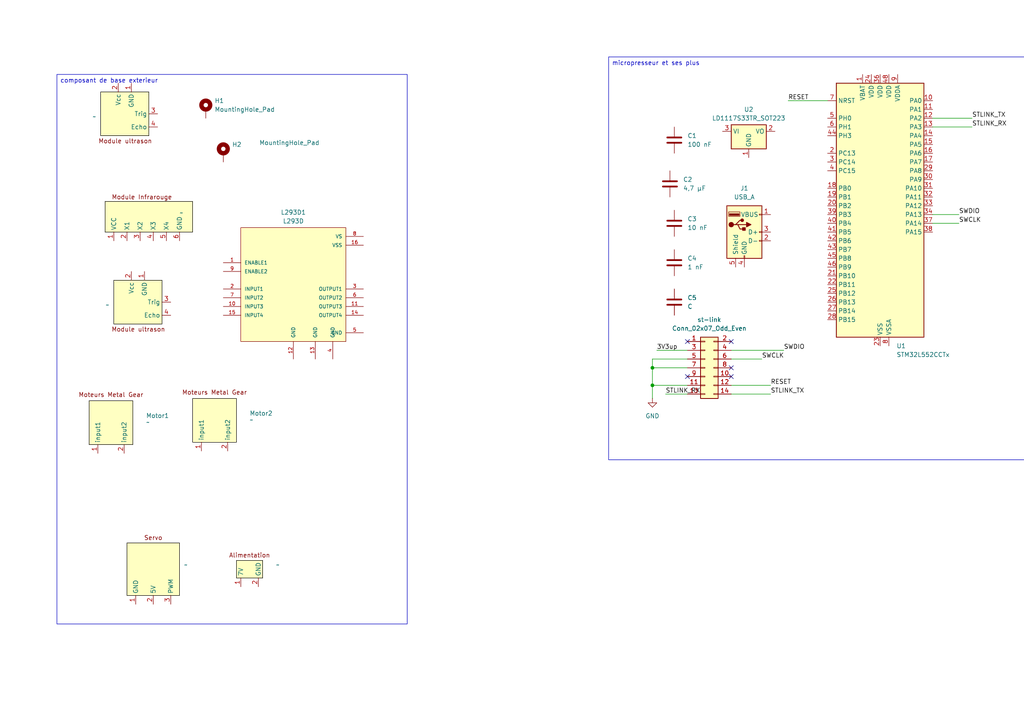
<source format=kicad_sch>
(kicad_sch
	(version 20231120)
	(generator "eeschema")
	(generator_version "8.0")
	(uuid "c7d782fb-ba46-40a3-869b-88db7b6af144")
	(paper "A4")
	(lib_symbols
		(symbol "Connector:USB_A"
			(pin_names
				(offset 1.016)
			)
			(exclude_from_sim no)
			(in_bom yes)
			(on_board yes)
			(property "Reference" "J"
				(at -5.08 11.43 0)
				(effects
					(font
						(size 1.27 1.27)
					)
					(justify left)
				)
			)
			(property "Value" "USB_A"
				(at -5.08 8.89 0)
				(effects
					(font
						(size 1.27 1.27)
					)
					(justify left)
				)
			)
			(property "Footprint" ""
				(at 3.81 -1.27 0)
				(effects
					(font
						(size 1.27 1.27)
					)
					(hide yes)
				)
			)
			(property "Datasheet" "~"
				(at 3.81 -1.27 0)
				(effects
					(font
						(size 1.27 1.27)
					)
					(hide yes)
				)
			)
			(property "Description" "USB Type A connector"
				(at 0 0 0)
				(effects
					(font
						(size 1.27 1.27)
					)
					(hide yes)
				)
			)
			(property "ki_keywords" "connector USB"
				(at 0 0 0)
				(effects
					(font
						(size 1.27 1.27)
					)
					(hide yes)
				)
			)
			(property "ki_fp_filters" "USB*"
				(at 0 0 0)
				(effects
					(font
						(size 1.27 1.27)
					)
					(hide yes)
				)
			)
			(symbol "USB_A_0_1"
				(rectangle
					(start -5.08 -7.62)
					(end 5.08 7.62)
					(stroke
						(width 0.254)
						(type default)
					)
					(fill
						(type background)
					)
				)
				(circle
					(center -3.81 2.159)
					(radius 0.635)
					(stroke
						(width 0.254)
						(type default)
					)
					(fill
						(type outline)
					)
				)
				(rectangle
					(start -1.524 4.826)
					(end -4.318 5.334)
					(stroke
						(width 0)
						(type default)
					)
					(fill
						(type outline)
					)
				)
				(rectangle
					(start -1.27 4.572)
					(end -4.572 5.842)
					(stroke
						(width 0)
						(type default)
					)
					(fill
						(type none)
					)
				)
				(circle
					(center -0.635 3.429)
					(radius 0.381)
					(stroke
						(width 0.254)
						(type default)
					)
					(fill
						(type outline)
					)
				)
				(rectangle
					(start -0.127 -7.62)
					(end 0.127 -6.858)
					(stroke
						(width 0)
						(type default)
					)
					(fill
						(type none)
					)
				)
				(polyline
					(pts
						(xy -3.175 2.159) (xy -2.54 2.159) (xy -1.27 3.429) (xy -0.635 3.429)
					)
					(stroke
						(width 0.254)
						(type default)
					)
					(fill
						(type none)
					)
				)
				(polyline
					(pts
						(xy -2.54 2.159) (xy -1.905 2.159) (xy -1.27 0.889) (xy 0 0.889)
					)
					(stroke
						(width 0.254)
						(type default)
					)
					(fill
						(type none)
					)
				)
				(polyline
					(pts
						(xy 0.635 2.794) (xy 0.635 1.524) (xy 1.905 2.159) (xy 0.635 2.794)
					)
					(stroke
						(width 0.254)
						(type default)
					)
					(fill
						(type outline)
					)
				)
				(rectangle
					(start 0.254 1.27)
					(end -0.508 0.508)
					(stroke
						(width 0.254)
						(type default)
					)
					(fill
						(type outline)
					)
				)
				(rectangle
					(start 5.08 -2.667)
					(end 4.318 -2.413)
					(stroke
						(width 0)
						(type default)
					)
					(fill
						(type none)
					)
				)
				(rectangle
					(start 5.08 -0.127)
					(end 4.318 0.127)
					(stroke
						(width 0)
						(type default)
					)
					(fill
						(type none)
					)
				)
				(rectangle
					(start 5.08 4.953)
					(end 4.318 5.207)
					(stroke
						(width 0)
						(type default)
					)
					(fill
						(type none)
					)
				)
			)
			(symbol "USB_A_1_1"
				(polyline
					(pts
						(xy -1.905 2.159) (xy 0.635 2.159)
					)
					(stroke
						(width 0.254)
						(type default)
					)
					(fill
						(type none)
					)
				)
				(pin power_in line
					(at 7.62 5.08 180)
					(length 2.54)
					(name "VBUS"
						(effects
							(font
								(size 1.27 1.27)
							)
						)
					)
					(number "1"
						(effects
							(font
								(size 1.27 1.27)
							)
						)
					)
				)
				(pin bidirectional line
					(at 7.62 -2.54 180)
					(length 2.54)
					(name "D-"
						(effects
							(font
								(size 1.27 1.27)
							)
						)
					)
					(number "2"
						(effects
							(font
								(size 1.27 1.27)
							)
						)
					)
				)
				(pin bidirectional line
					(at 7.62 0 180)
					(length 2.54)
					(name "D+"
						(effects
							(font
								(size 1.27 1.27)
							)
						)
					)
					(number "3"
						(effects
							(font
								(size 1.27 1.27)
							)
						)
					)
				)
				(pin power_in line
					(at 0 -10.16 90)
					(length 2.54)
					(name "GND"
						(effects
							(font
								(size 1.27 1.27)
							)
						)
					)
					(number "4"
						(effects
							(font
								(size 1.27 1.27)
							)
						)
					)
				)
				(pin passive line
					(at -2.54 -10.16 90)
					(length 2.54)
					(name "Shield"
						(effects
							(font
								(size 1.27 1.27)
							)
						)
					)
					(number "5"
						(effects
							(font
								(size 1.27 1.27)
							)
						)
					)
				)
			)
		)
		(symbol "Connector_Generic:Conn_02x07_Odd_Even"
			(pin_names
				(offset 1.016) hide)
			(exclude_from_sim no)
			(in_bom yes)
			(on_board yes)
			(property "Reference" "J"
				(at 1.27 10.16 0)
				(effects
					(font
						(size 1.27 1.27)
					)
				)
			)
			(property "Value" "Conn_02x07_Odd_Even"
				(at 1.27 -10.16 0)
				(effects
					(font
						(size 1.27 1.27)
					)
				)
			)
			(property "Footprint" ""
				(at 0 0 0)
				(effects
					(font
						(size 1.27 1.27)
					)
					(hide yes)
				)
			)
			(property "Datasheet" "~"
				(at 0 0 0)
				(effects
					(font
						(size 1.27 1.27)
					)
					(hide yes)
				)
			)
			(property "Description" "Generic connector, double row, 02x07, odd/even pin numbering scheme (row 1 odd numbers, row 2 even numbers), script generated (kicad-library-utils/schlib/autogen/connector/)"
				(at 0 0 0)
				(effects
					(font
						(size 1.27 1.27)
					)
					(hide yes)
				)
			)
			(property "ki_keywords" "connector"
				(at 0 0 0)
				(effects
					(font
						(size 1.27 1.27)
					)
					(hide yes)
				)
			)
			(property "ki_fp_filters" "Connector*:*_2x??_*"
				(at 0 0 0)
				(effects
					(font
						(size 1.27 1.27)
					)
					(hide yes)
				)
			)
			(symbol "Conn_02x07_Odd_Even_1_1"
				(rectangle
					(start -1.27 -7.493)
					(end 0 -7.747)
					(stroke
						(width 0.1524)
						(type default)
					)
					(fill
						(type none)
					)
				)
				(rectangle
					(start -1.27 -4.953)
					(end 0 -5.207)
					(stroke
						(width 0.1524)
						(type default)
					)
					(fill
						(type none)
					)
				)
				(rectangle
					(start -1.27 -2.413)
					(end 0 -2.667)
					(stroke
						(width 0.1524)
						(type default)
					)
					(fill
						(type none)
					)
				)
				(rectangle
					(start -1.27 0.127)
					(end 0 -0.127)
					(stroke
						(width 0.1524)
						(type default)
					)
					(fill
						(type none)
					)
				)
				(rectangle
					(start -1.27 2.667)
					(end 0 2.413)
					(stroke
						(width 0.1524)
						(type default)
					)
					(fill
						(type none)
					)
				)
				(rectangle
					(start -1.27 5.207)
					(end 0 4.953)
					(stroke
						(width 0.1524)
						(type default)
					)
					(fill
						(type none)
					)
				)
				(rectangle
					(start -1.27 7.747)
					(end 0 7.493)
					(stroke
						(width 0.1524)
						(type default)
					)
					(fill
						(type none)
					)
				)
				(rectangle
					(start -1.27 8.89)
					(end 3.81 -8.89)
					(stroke
						(width 0.254)
						(type default)
					)
					(fill
						(type background)
					)
				)
				(rectangle
					(start 3.81 -7.493)
					(end 2.54 -7.747)
					(stroke
						(width 0.1524)
						(type default)
					)
					(fill
						(type none)
					)
				)
				(rectangle
					(start 3.81 -4.953)
					(end 2.54 -5.207)
					(stroke
						(width 0.1524)
						(type default)
					)
					(fill
						(type none)
					)
				)
				(rectangle
					(start 3.81 -2.413)
					(end 2.54 -2.667)
					(stroke
						(width 0.1524)
						(type default)
					)
					(fill
						(type none)
					)
				)
				(rectangle
					(start 3.81 0.127)
					(end 2.54 -0.127)
					(stroke
						(width 0.1524)
						(type default)
					)
					(fill
						(type none)
					)
				)
				(rectangle
					(start 3.81 2.667)
					(end 2.54 2.413)
					(stroke
						(width 0.1524)
						(type default)
					)
					(fill
						(type none)
					)
				)
				(rectangle
					(start 3.81 5.207)
					(end 2.54 4.953)
					(stroke
						(width 0.1524)
						(type default)
					)
					(fill
						(type none)
					)
				)
				(rectangle
					(start 3.81 7.747)
					(end 2.54 7.493)
					(stroke
						(width 0.1524)
						(type default)
					)
					(fill
						(type none)
					)
				)
				(pin passive line
					(at -5.08 7.62 0)
					(length 3.81)
					(name "Pin_1"
						(effects
							(font
								(size 1.27 1.27)
							)
						)
					)
					(number "1"
						(effects
							(font
								(size 1.27 1.27)
							)
						)
					)
				)
				(pin passive line
					(at 7.62 -2.54 180)
					(length 3.81)
					(name "Pin_10"
						(effects
							(font
								(size 1.27 1.27)
							)
						)
					)
					(number "10"
						(effects
							(font
								(size 1.27 1.27)
							)
						)
					)
				)
				(pin passive line
					(at -5.08 -5.08 0)
					(length 3.81)
					(name "Pin_11"
						(effects
							(font
								(size 1.27 1.27)
							)
						)
					)
					(number "11"
						(effects
							(font
								(size 1.27 1.27)
							)
						)
					)
				)
				(pin passive line
					(at 7.62 -5.08 180)
					(length 3.81)
					(name "Pin_12"
						(effects
							(font
								(size 1.27 1.27)
							)
						)
					)
					(number "12"
						(effects
							(font
								(size 1.27 1.27)
							)
						)
					)
				)
				(pin passive line
					(at -5.08 -7.62 0)
					(length 3.81)
					(name "Pin_13"
						(effects
							(font
								(size 1.27 1.27)
							)
						)
					)
					(number "13"
						(effects
							(font
								(size 1.27 1.27)
							)
						)
					)
				)
				(pin passive line
					(at 7.62 -7.62 180)
					(length 3.81)
					(name "Pin_14"
						(effects
							(font
								(size 1.27 1.27)
							)
						)
					)
					(number "14"
						(effects
							(font
								(size 1.27 1.27)
							)
						)
					)
				)
				(pin passive line
					(at 7.62 7.62 180)
					(length 3.81)
					(name "Pin_2"
						(effects
							(font
								(size 1.27 1.27)
							)
						)
					)
					(number "2"
						(effects
							(font
								(size 1.27 1.27)
							)
						)
					)
				)
				(pin passive line
					(at -5.08 5.08 0)
					(length 3.81)
					(name "Pin_3"
						(effects
							(font
								(size 1.27 1.27)
							)
						)
					)
					(number "3"
						(effects
							(font
								(size 1.27 1.27)
							)
						)
					)
				)
				(pin passive line
					(at 7.62 5.08 180)
					(length 3.81)
					(name "Pin_4"
						(effects
							(font
								(size 1.27 1.27)
							)
						)
					)
					(number "4"
						(effects
							(font
								(size 1.27 1.27)
							)
						)
					)
				)
				(pin passive line
					(at -5.08 2.54 0)
					(length 3.81)
					(name "Pin_5"
						(effects
							(font
								(size 1.27 1.27)
							)
						)
					)
					(number "5"
						(effects
							(font
								(size 1.27 1.27)
							)
						)
					)
				)
				(pin passive line
					(at 7.62 2.54 180)
					(length 3.81)
					(name "Pin_6"
						(effects
							(font
								(size 1.27 1.27)
							)
						)
					)
					(number "6"
						(effects
							(font
								(size 1.27 1.27)
							)
						)
					)
				)
				(pin passive line
					(at -5.08 0 0)
					(length 3.81)
					(name "Pin_7"
						(effects
							(font
								(size 1.27 1.27)
							)
						)
					)
					(number "7"
						(effects
							(font
								(size 1.27 1.27)
							)
						)
					)
				)
				(pin passive line
					(at 7.62 0 180)
					(length 3.81)
					(name "Pin_8"
						(effects
							(font
								(size 1.27 1.27)
							)
						)
					)
					(number "8"
						(effects
							(font
								(size 1.27 1.27)
							)
						)
					)
				)
				(pin passive line
					(at -5.08 -2.54 0)
					(length 3.81)
					(name "Pin_9"
						(effects
							(font
								(size 1.27 1.27)
							)
						)
					)
					(number "9"
						(effects
							(font
								(size 1.27 1.27)
							)
						)
					)
				)
			)
		)
		(symbol "Device:C"
			(pin_numbers hide)
			(pin_names
				(offset 0.254)
			)
			(exclude_from_sim no)
			(in_bom yes)
			(on_board yes)
			(property "Reference" "C"
				(at 0.635 2.54 0)
				(effects
					(font
						(size 1.27 1.27)
					)
					(justify left)
				)
			)
			(property "Value" "C"
				(at 0.635 -2.54 0)
				(effects
					(font
						(size 1.27 1.27)
					)
					(justify left)
				)
			)
			(property "Footprint" ""
				(at 0.9652 -3.81 0)
				(effects
					(font
						(size 1.27 1.27)
					)
					(hide yes)
				)
			)
			(property "Datasheet" "~"
				(at 0 0 0)
				(effects
					(font
						(size 1.27 1.27)
					)
					(hide yes)
				)
			)
			(property "Description" "Unpolarized capacitor"
				(at 0 0 0)
				(effects
					(font
						(size 1.27 1.27)
					)
					(hide yes)
				)
			)
			(property "ki_keywords" "cap capacitor"
				(at 0 0 0)
				(effects
					(font
						(size 1.27 1.27)
					)
					(hide yes)
				)
			)
			(property "ki_fp_filters" "C_*"
				(at 0 0 0)
				(effects
					(font
						(size 1.27 1.27)
					)
					(hide yes)
				)
			)
			(symbol "C_0_1"
				(polyline
					(pts
						(xy -2.032 -0.762) (xy 2.032 -0.762)
					)
					(stroke
						(width 0.508)
						(type default)
					)
					(fill
						(type none)
					)
				)
				(polyline
					(pts
						(xy -2.032 0.762) (xy 2.032 0.762)
					)
					(stroke
						(width 0.508)
						(type default)
					)
					(fill
						(type none)
					)
				)
			)
			(symbol "C_1_1"
				(pin passive line
					(at 0 3.81 270)
					(length 2.794)
					(name "~"
						(effects
							(font
								(size 1.27 1.27)
							)
						)
					)
					(number "1"
						(effects
							(font
								(size 1.27 1.27)
							)
						)
					)
				)
				(pin passive line
					(at 0 -3.81 90)
					(length 2.794)
					(name "~"
						(effects
							(font
								(size 1.27 1.27)
							)
						)
					)
					(number "2"
						(effects
							(font
								(size 1.27 1.27)
							)
						)
					)
				)
			)
		)
		(symbol "L293D:L293D"
			(pin_names
				(offset 1.016)
			)
			(exclude_from_sim no)
			(in_bom yes)
			(on_board yes)
			(property "Reference" "U"
				(at -15.24 16.51 0)
				(effects
					(font
						(size 1.27 1.27)
					)
					(justify left bottom)
				)
			)
			(property "Value" "L293D"
				(at -15.24 -20.32 0)
				(effects
					(font
						(size 1.27 1.27)
					)
					(justify left bottom)
				)
			)
			(property "Footprint" "L293D:DIP880W50P254L2000H510Q16"
				(at 0 0 0)
				(effects
					(font
						(size 1.27 1.27)
					)
					(justify bottom)
					(hide yes)
				)
			)
			(property "Datasheet" ""
				(at 0 0 0)
				(effects
					(font
						(size 1.27 1.27)
					)
					(hide yes)
				)
			)
			(property "Description" ""
				(at 0 0 0)
				(effects
					(font
						(size 1.27 1.27)
					)
					(hide yes)
				)
			)
			(property "L1_NOM" ""
				(at 0 0 0)
				(effects
					(font
						(size 1.27 1.27)
					)
					(justify bottom)
					(hide yes)
				)
			)
			(property "SNAPEDA_PACKAGE_ID" ""
				(at 0 0 0)
				(effects
					(font
						(size 1.27 1.27)
					)
					(justify bottom)
					(hide yes)
				)
			)
			(property "B_NOM" "0.5"
				(at 0 0 0)
				(effects
					(font
						(size 1.27 1.27)
					)
					(justify bottom)
					(hide yes)
				)
			)
			(property "EMAX" ""
				(at 0 0 0)
				(effects
					(font
						(size 1.27 1.27)
					)
					(justify bottom)
					(hide yes)
				)
			)
			(property "D_MAX" "20.0"
				(at 0 0 0)
				(effects
					(font
						(size 1.27 1.27)
					)
					(justify bottom)
					(hide yes)
				)
			)
			(property "PACKAGE_TYPE" ""
				(at 0 0 0)
				(effects
					(font
						(size 1.27 1.27)
					)
					(justify bottom)
					(hide yes)
				)
			)
			(property "D1_NOM" ""
				(at 0 0 0)
				(effects
					(font
						(size 1.27 1.27)
					)
					(justify bottom)
					(hide yes)
				)
			)
			(property "E1_NOM" "7.1"
				(at 0 0 0)
				(effects
					(font
						(size 1.27 1.27)
					)
					(justify bottom)
					(hide yes)
				)
			)
			(property "B_MIN" "0.5"
				(at 0 0 0)
				(effects
					(font
						(size 1.27 1.27)
					)
					(justify bottom)
					(hide yes)
				)
			)
			(property "E1_MIN" "7.1"
				(at 0 0 0)
				(effects
					(font
						(size 1.27 1.27)
					)
					(justify bottom)
					(hide yes)
				)
			)
			(property "L1_MIN" ""
				(at 0 0 0)
				(effects
					(font
						(size 1.27 1.27)
					)
					(justify bottom)
					(hide yes)
				)
			)
			(property "B_MAX" "0.5"
				(at 0 0 0)
				(effects
					(font
						(size 1.27 1.27)
					)
					(justify bottom)
					(hide yes)
				)
			)
			(property "Description_1" "\n                        \n                            Bipolar Motor Driver - Parallel 16-PowerDIP\n                        \n"
				(at 0 0 0)
				(effects
					(font
						(size 1.27 1.27)
					)
					(justify bottom)
					(hide yes)
				)
			)
			(property "EMIN" ""
				(at 0 0 0)
				(effects
					(font
						(size 1.27 1.27)
					)
					(justify bottom)
					(hide yes)
				)
			)
			(property "Price" "None"
				(at 0 0 0)
				(effects
					(font
						(size 1.27 1.27)
					)
					(justify bottom)
					(hide yes)
				)
			)
			(property "ENOM" "2.54"
				(at 0 0 0)
				(effects
					(font
						(size 1.27 1.27)
					)
					(justify bottom)
					(hide yes)
				)
			)
			(property "D_NOM" "20.0"
				(at 0 0 0)
				(effects
					(font
						(size 1.27 1.27)
					)
					(justify bottom)
					(hide yes)
				)
			)
			(property "VACANCIES" ""
				(at 0 0 0)
				(effects
					(font
						(size 1.27 1.27)
					)
					(justify bottom)
					(hide yes)
				)
			)
			(property "A_MAX" "5.1"
				(at 0 0 0)
				(effects
					(font
						(size 1.27 1.27)
					)
					(justify bottom)
					(hide yes)
				)
			)
			(property "D1_MAX" ""
				(at 0 0 0)
				(effects
					(font
						(size 1.27 1.27)
					)
					(justify bottom)
					(hide yes)
				)
			)
			(property "Package" "DIP-16 STMicroelectronics"
				(at 0 0 0)
				(effects
					(font
						(size 1.27 1.27)
					)
					(justify bottom)
					(hide yes)
				)
			)
			(property "L1_MAX" ""
				(at 0 0 0)
				(effects
					(font
						(size 1.27 1.27)
					)
					(justify bottom)
					(hide yes)
				)
			)
			(property "D1_MIN" ""
				(at 0 0 0)
				(effects
					(font
						(size 1.27 1.27)
					)
					(justify bottom)
					(hide yes)
				)
			)
			(property "A_NOM" "5.1"
				(at 0 0 0)
				(effects
					(font
						(size 1.27 1.27)
					)
					(justify bottom)
					(hide yes)
				)
			)
			(property "Check_prices" "https://www.snapeda.com/parts/L293D/STMicroelectronics/view-part/?ref=eda"
				(at 0 0 0)
				(effects
					(font
						(size 1.27 1.27)
					)
					(justify bottom)
					(hide yes)
				)
			)
			(property "A_MIN" "5.1"
				(at 0 0 0)
				(effects
					(font
						(size 1.27 1.27)
					)
					(justify bottom)
					(hide yes)
				)
			)
			(property "STANDARD" "IPC 7351B"
				(at 0 0 0)
				(effects
					(font
						(size 1.27 1.27)
					)
					(justify bottom)
					(hide yes)
				)
			)
			(property "PARTREV" ""
				(at 0 0 0)
				(effects
					(font
						(size 1.27 1.27)
					)
					(justify bottom)
					(hide yes)
				)
			)
			(property "DNOM" ""
				(at 0 0 0)
				(effects
					(font
						(size 1.27 1.27)
					)
					(justify bottom)
					(hide yes)
				)
			)
			(property "SnapEDA_Link" "https://www.snapeda.com/parts/L293D/STMicroelectronics/view-part/?ref=snap"
				(at 0 0 0)
				(effects
					(font
						(size 1.27 1.27)
					)
					(justify bottom)
					(hide yes)
				)
			)
			(property "DMIN" ""
				(at 0 0 0)
				(effects
					(font
						(size 1.27 1.27)
					)
					(justify bottom)
					(hide yes)
				)
			)
			(property "E_NOM" "8.8"
				(at 0 0 0)
				(effects
					(font
						(size 1.27 1.27)
					)
					(justify bottom)
					(hide yes)
				)
			)
			(property "DMAX" ""
				(at 0 0 0)
				(effects
					(font
						(size 1.27 1.27)
					)
					(justify bottom)
					(hide yes)
				)
			)
			(property "PIN_COUNT" "16.0"
				(at 0 0 0)
				(effects
					(font
						(size 1.27 1.27)
					)
					(justify bottom)
					(hide yes)
				)
			)
			(property "MANUFACTURER" "ST Microelectronics"
				(at 0 0 0)
				(effects
					(font
						(size 1.27 1.27)
					)
					(justify bottom)
					(hide yes)
				)
			)
			(property "MF" "STMicroelectronics"
				(at 0 0 0)
				(effects
					(font
						(size 1.27 1.27)
					)
					(justify bottom)
					(hide yes)
				)
			)
			(property "MAXIMUM_PACKAGE_HEIGHT" "5.1mm"
				(at 0 0 0)
				(effects
					(font
						(size 1.27 1.27)
					)
					(justify bottom)
					(hide yes)
				)
			)
			(property "E1_MAX" "7.1"
				(at 0 0 0)
				(effects
					(font
						(size 1.27 1.27)
					)
					(justify bottom)
					(hide yes)
				)
			)
			(property "D_MIN" "20.0"
				(at 0 0 0)
				(effects
					(font
						(size 1.27 1.27)
					)
					(justify bottom)
					(hide yes)
				)
			)
			(property "MP" "L293D"
				(at 0 0 0)
				(effects
					(font
						(size 1.27 1.27)
					)
					(justify bottom)
					(hide yes)
				)
			)
			(property "PINS" ""
				(at 0 0 0)
				(effects
					(font
						(size 1.27 1.27)
					)
					(justify bottom)
					(hide yes)
				)
			)
			(property "Availability" "In Stock"
				(at 0 0 0)
				(effects
					(font
						(size 1.27 1.27)
					)
					(justify bottom)
					(hide yes)
				)
			)
			(symbol "L293D_0_0"
				(rectangle
					(start -15.24 -17.78)
					(end 15.24 15.24)
					(stroke
						(width 0.1524)
						(type default)
					)
					(fill
						(type background)
					)
				)
				(pin input line
					(at -20.32 5.08 0)
					(length 5.08)
					(name "ENABLE1"
						(effects
							(font
								(size 1.016 1.016)
							)
						)
					)
					(number "1"
						(effects
							(font
								(size 1.016 1.016)
							)
						)
					)
				)
				(pin input line
					(at -20.32 -7.62 0)
					(length 5.08)
					(name "INPUT3"
						(effects
							(font
								(size 1.016 1.016)
							)
						)
					)
					(number "10"
						(effects
							(font
								(size 1.016 1.016)
							)
						)
					)
				)
				(pin output line
					(at 20.32 -7.62 180)
					(length 5.08)
					(name "OUTPUT3"
						(effects
							(font
								(size 1.016 1.016)
							)
						)
					)
					(number "11"
						(effects
							(font
								(size 1.016 1.016)
							)
						)
					)
				)
				(pin output line
					(at 20.32 -10.16 180)
					(length 5.08)
					(name "OUTPUT4"
						(effects
							(font
								(size 1.016 1.016)
							)
						)
					)
					(number "14"
						(effects
							(font
								(size 1.016 1.016)
							)
						)
					)
				)
				(pin input line
					(at -20.32 -10.16 0)
					(length 5.08)
					(name "INPUT4"
						(effects
							(font
								(size 1.016 1.016)
							)
						)
					)
					(number "15"
						(effects
							(font
								(size 1.016 1.016)
							)
						)
					)
				)
				(pin input line
					(at -20.32 -2.54 0)
					(length 5.08)
					(name "INPUT1"
						(effects
							(font
								(size 1.016 1.016)
							)
						)
					)
					(number "2"
						(effects
							(font
								(size 1.016 1.016)
							)
						)
					)
				)
				(pin output line
					(at 20.32 -2.54 180)
					(length 5.08)
					(name "OUTPUT1"
						(effects
							(font
								(size 1.016 1.016)
							)
						)
					)
					(number "3"
						(effects
							(font
								(size 1.016 1.016)
							)
						)
					)
				)
				(pin output line
					(at 20.32 -5.08 180)
					(length 5.08)
					(name "OUTPUT2"
						(effects
							(font
								(size 1.016 1.016)
							)
						)
					)
					(number "6"
						(effects
							(font
								(size 1.016 1.016)
							)
						)
					)
				)
				(pin input line
					(at -20.32 -5.08 0)
					(length 5.08)
					(name "INPUT2"
						(effects
							(font
								(size 1.016 1.016)
							)
						)
					)
					(number "7"
						(effects
							(font
								(size 1.016 1.016)
							)
						)
					)
				)
				(pin input line
					(at -20.32 2.54 0)
					(length 5.08)
					(name "ENABLE2"
						(effects
							(font
								(size 1.016 1.016)
							)
						)
					)
					(number "9"
						(effects
							(font
								(size 1.016 1.016)
							)
						)
					)
				)
			)
			(symbol "L293D_1_0"
				(pin bidirectional line
					(at 0 -22.86 90)
					(length 5.08)
					(name "GND"
						(effects
							(font
								(size 1.016 1.016)
							)
						)
					)
					(number "12"
						(effects
							(font
								(size 1.016 1.016)
							)
						)
					)
				)
				(pin bidirectional line
					(at 6.35 -22.86 90)
					(length 5.08)
					(name "GND"
						(effects
							(font
								(size 1.016 1.016)
							)
						)
					)
					(number "13"
						(effects
							(font
								(size 1.016 1.016)
							)
						)
					)
				)
				(pin bidirectional line
					(at 20.32 10.16 180)
					(length 5.08)
					(name "VSS"
						(effects
							(font
								(size 1.016 1.016)
							)
						)
					)
					(number "16"
						(effects
							(font
								(size 1.016 1.016)
							)
						)
					)
				)
				(pin bidirectional line
					(at 11.43 -22.86 90)
					(length 5.08)
					(name "GND"
						(effects
							(font
								(size 1.016 1.016)
							)
						)
					)
					(number "4"
						(effects
							(font
								(size 1.016 1.016)
							)
						)
					)
				)
				(pin bidirectional line
					(at 20.32 -15.24 180)
					(length 5.08)
					(name "GND"
						(effects
							(font
								(size 1.016 1.016)
							)
						)
					)
					(number "5"
						(effects
							(font
								(size 1.016 1.016)
							)
						)
					)
				)
				(pin bidirectional line
					(at 20.32 12.7 180)
					(length 5.08)
					(name "VS"
						(effects
							(font
								(size 1.016 1.016)
							)
						)
					)
					(number "8"
						(effects
							(font
								(size 1.016 1.016)
							)
						)
					)
				)
			)
		)
		(symbol "MCU_ST_STM32L5:STM32L552CCTx"
			(exclude_from_sim no)
			(in_bom yes)
			(on_board yes)
			(property "Reference" "U"
				(at -12.7 39.37 0)
				(effects
					(font
						(size 1.27 1.27)
					)
					(justify left)
				)
			)
			(property "Value" "STM32L552CCTx"
				(at 7.62 39.37 0)
				(effects
					(font
						(size 1.27 1.27)
					)
					(justify left)
				)
			)
			(property "Footprint" "Package_QFP:LQFP-48_7x7mm_P0.5mm"
				(at -12.7 -35.56 0)
				(effects
					(font
						(size 1.27 1.27)
					)
					(justify right)
					(hide yes)
				)
			)
			(property "Datasheet" "https://www.st.com/resource/en/datasheet/stm32l552cc.pdf"
				(at 0 0 0)
				(effects
					(font
						(size 1.27 1.27)
					)
					(hide yes)
				)
			)
			(property "Description" "STMicroelectronics Arm Cortex-M33 MCU, 256KB flash, 256KB RAM, 110 MHz, 1.71-3.6V, 38 GPIO, LQFP48"
				(at 0 0 0)
				(effects
					(font
						(size 1.27 1.27)
					)
					(hide yes)
				)
			)
			(property "ki_keywords" "Arm Cortex-M33 STM32L5 STM32L5x2"
				(at 0 0 0)
				(effects
					(font
						(size 1.27 1.27)
					)
					(hide yes)
				)
			)
			(property "ki_fp_filters" "LQFP*7x7mm*P0.5mm*"
				(at 0 0 0)
				(effects
					(font
						(size 1.27 1.27)
					)
					(hide yes)
				)
			)
			(symbol "STM32L552CCTx_0_1"
				(rectangle
					(start -12.7 -35.56)
					(end 12.7 38.1)
					(stroke
						(width 0.254)
						(type default)
					)
					(fill
						(type background)
					)
				)
			)
			(symbol "STM32L552CCTx_1_1"
				(pin power_in line
					(at -5.08 40.64 270)
					(length 2.54)
					(name "VBAT"
						(effects
							(font
								(size 1.27 1.27)
							)
						)
					)
					(number "1"
						(effects
							(font
								(size 1.27 1.27)
							)
						)
					)
				)
				(pin bidirectional line
					(at 15.24 33.02 180)
					(length 2.54)
					(name "PA0"
						(effects
							(font
								(size 1.27 1.27)
							)
						)
					)
					(number "10"
						(effects
							(font
								(size 1.27 1.27)
							)
						)
					)
					(alternate "ADC1_IN5" bidirectional line)
					(alternate "ADC2_IN5" bidirectional line)
					(alternate "OPAMP1_VINP" bidirectional line)
					(alternate "PWR_WKUP1" bidirectional line)
					(alternate "SAI1_EXTCLK" bidirectional line)
					(alternate "TAMP_IN2" bidirectional line)
					(alternate "TAMP_OUT1" bidirectional line)
					(alternate "TIM2_CH1" bidirectional line)
					(alternate "TIM2_ETR" bidirectional line)
					(alternate "TIM5_CH1" bidirectional line)
					(alternate "TIM8_ETR" bidirectional line)
					(alternate "UART4_TX" bidirectional line)
					(alternate "USART2_CTS" bidirectional line)
					(alternate "USART2_NSS" bidirectional line)
				)
				(pin bidirectional line
					(at 15.24 30.48 180)
					(length 2.54)
					(name "PA1"
						(effects
							(font
								(size 1.27 1.27)
							)
						)
					)
					(number "11"
						(effects
							(font
								(size 1.27 1.27)
							)
						)
					)
					(alternate "ADC1_IN6" bidirectional line)
					(alternate "ADC2_IN6" bidirectional line)
					(alternate "I2C1_SMBA" bidirectional line)
					(alternate "OCTOSPI1_DQS" bidirectional line)
					(alternate "OPAMP1_VINM" bidirectional line)
					(alternate "SPI1_SCK" bidirectional line)
					(alternate "TAMP_IN5" bidirectional line)
					(alternate "TAMP_OUT4" bidirectional line)
					(alternate "TIM15_CH1N" bidirectional line)
					(alternate "TIM2_CH2" bidirectional line)
					(alternate "TIM5_CH2" bidirectional line)
					(alternate "UART4_RX" bidirectional line)
					(alternate "USART2_DE" bidirectional line)
					(alternate "USART2_RTS" bidirectional line)
				)
				(pin bidirectional line
					(at 15.24 27.94 180)
					(length 2.54)
					(name "PA2"
						(effects
							(font
								(size 1.27 1.27)
							)
						)
					)
					(number "12"
						(effects
							(font
								(size 1.27 1.27)
							)
						)
					)
					(alternate "ADC1_IN7" bidirectional line)
					(alternate "ADC2_IN7" bidirectional line)
					(alternate "COMP1_INP" bidirectional line)
					(alternate "LPUART1_TX" bidirectional line)
					(alternate "OCTOSPI1_NCS" bidirectional line)
					(alternate "PWR_WKUP4" bidirectional line)
					(alternate "RCC_LSCO" bidirectional line)
					(alternate "SAI2_EXTCLK" bidirectional line)
					(alternate "TIM15_CH1" bidirectional line)
					(alternate "TIM2_CH3" bidirectional line)
					(alternate "TIM5_CH3" bidirectional line)
					(alternate "UCPD1_FRSTX1" bidirectional line)
					(alternate "USART2_TX" bidirectional line)
				)
				(pin bidirectional line
					(at 15.24 25.4 180)
					(length 2.54)
					(name "PA3"
						(effects
							(font
								(size 1.27 1.27)
							)
						)
					)
					(number "13"
						(effects
							(font
								(size 1.27 1.27)
							)
						)
					)
					(alternate "ADC1_IN8" bidirectional line)
					(alternate "ADC2_IN8" bidirectional line)
					(alternate "LPUART1_RX" bidirectional line)
					(alternate "OCTOSPI1_CLK" bidirectional line)
					(alternate "OPAMP1_VOUT" bidirectional line)
					(alternate "SAI1_CK1" bidirectional line)
					(alternate "SAI1_MCLK_A" bidirectional line)
					(alternate "TIM15_CH2" bidirectional line)
					(alternate "TIM2_CH4" bidirectional line)
					(alternate "TIM5_CH4" bidirectional line)
					(alternate "USART2_RX" bidirectional line)
				)
				(pin bidirectional line
					(at 15.24 22.86 180)
					(length 2.54)
					(name "PA4"
						(effects
							(font
								(size 1.27 1.27)
							)
						)
					)
					(number "14"
						(effects
							(font
								(size 1.27 1.27)
							)
						)
					)
					(alternate "ADC1_IN9" bidirectional line)
					(alternate "ADC2_IN9" bidirectional line)
					(alternate "DAC1_OUT1" bidirectional line)
					(alternate "LPTIM2_OUT" bidirectional line)
					(alternate "OCTOSPI1_NCS" bidirectional line)
					(alternate "SAI1_FS_B" bidirectional line)
					(alternate "SPI1_NSS" bidirectional line)
					(alternate "SPI3_NSS" bidirectional line)
					(alternate "USART2_CK" bidirectional line)
				)
				(pin bidirectional line
					(at 15.24 20.32 180)
					(length 2.54)
					(name "PA5"
						(effects
							(font
								(size 1.27 1.27)
							)
						)
					)
					(number "15"
						(effects
							(font
								(size 1.27 1.27)
							)
						)
					)
					(alternate "ADC1_IN10" bidirectional line)
					(alternate "ADC2_IN10" bidirectional line)
					(alternate "DAC1_OUT2" bidirectional line)
					(alternate "LPTIM2_ETR" bidirectional line)
					(alternate "SPI1_SCK" bidirectional line)
					(alternate "TIM2_CH1" bidirectional line)
					(alternate "TIM2_ETR" bidirectional line)
					(alternate "TIM8_CH1N" bidirectional line)
				)
				(pin bidirectional line
					(at 15.24 17.78 180)
					(length 2.54)
					(name "PA6"
						(effects
							(font
								(size 1.27 1.27)
							)
						)
					)
					(number "16"
						(effects
							(font
								(size 1.27 1.27)
							)
						)
					)
					(alternate "ADC1_IN11" bidirectional line)
					(alternate "ADC2_IN11" bidirectional line)
					(alternate "LPUART1_CTS" bidirectional line)
					(alternate "OCTOSPI1_IO3" bidirectional line)
					(alternate "OPAMP2_VINP" bidirectional line)
					(alternate "SPI1_MISO" bidirectional line)
					(alternate "TIM16_CH1" bidirectional line)
					(alternate "TIM1_BKIN" bidirectional line)
					(alternate "TIM3_CH1" bidirectional line)
					(alternate "TIM8_BKIN" bidirectional line)
					(alternate "USART3_CTS" bidirectional line)
					(alternate "USART3_NSS" bidirectional line)
				)
				(pin bidirectional line
					(at 15.24 15.24 180)
					(length 2.54)
					(name "PA7"
						(effects
							(font
								(size 1.27 1.27)
							)
						)
					)
					(number "17"
						(effects
							(font
								(size 1.27 1.27)
							)
						)
					)
					(alternate "ADC1_IN12" bidirectional line)
					(alternate "ADC2_IN12" bidirectional line)
					(alternate "I2C3_SCL" bidirectional line)
					(alternate "OCTOSPI1_IO2" bidirectional line)
					(alternate "OPAMP2_VINM" bidirectional line)
					(alternate "SPI1_MOSI" bidirectional line)
					(alternate "TIM17_CH1" bidirectional line)
					(alternate "TIM1_CH1N" bidirectional line)
					(alternate "TIM3_CH2" bidirectional line)
					(alternate "TIM8_CH1N" bidirectional line)
				)
				(pin bidirectional line
					(at -15.24 7.62 0)
					(length 2.54)
					(name "PB0"
						(effects
							(font
								(size 1.27 1.27)
							)
						)
					)
					(number "18"
						(effects
							(font
								(size 1.27 1.27)
							)
						)
					)
					(alternate "ADC1_IN15" bidirectional line)
					(alternate "ADC2_IN15" bidirectional line)
					(alternate "COMP1_OUT" bidirectional line)
					(alternate "OCTOSPI1_IO1" bidirectional line)
					(alternate "OPAMP2_VOUT" bidirectional line)
					(alternate "SAI1_EXTCLK" bidirectional line)
					(alternate "SPI1_NSS" bidirectional line)
					(alternate "TIM1_CH2N" bidirectional line)
					(alternate "TIM3_CH3" bidirectional line)
					(alternate "TIM8_CH2N" bidirectional line)
					(alternate "USART3_CK" bidirectional line)
				)
				(pin bidirectional line
					(at -15.24 5.08 0)
					(length 2.54)
					(name "PB1"
						(effects
							(font
								(size 1.27 1.27)
							)
						)
					)
					(number "19"
						(effects
							(font
								(size 1.27 1.27)
							)
						)
					)
					(alternate "ADC1_IN16" bidirectional line)
					(alternate "ADC2_IN16" bidirectional line)
					(alternate "COMP1_INM" bidirectional line)
					(alternate "DFSDM1_DATIN0" bidirectional line)
					(alternate "LPTIM2_IN1" bidirectional line)
					(alternate "LPUART1_DE" bidirectional line)
					(alternate "LPUART1_RTS" bidirectional line)
					(alternate "OCTOSPI1_IO0" bidirectional line)
					(alternate "TIM1_CH3N" bidirectional line)
					(alternate "TIM3_CH4" bidirectional line)
					(alternate "TIM8_CH3N" bidirectional line)
					(alternate "USART3_DE" bidirectional line)
					(alternate "USART3_RTS" bidirectional line)
				)
				(pin bidirectional line
					(at -15.24 17.78 0)
					(length 2.54)
					(name "PC13"
						(effects
							(font
								(size 1.27 1.27)
							)
						)
					)
					(number "2"
						(effects
							(font
								(size 1.27 1.27)
							)
						)
					)
					(alternate "PWR_WKUP2" bidirectional line)
					(alternate "RTC_OUT1" bidirectional line)
					(alternate "RTC_TS" bidirectional line)
					(alternate "TAMP_IN1" bidirectional line)
					(alternate "TAMP_OUT2" bidirectional line)
				)
				(pin bidirectional line
					(at -15.24 2.54 0)
					(length 2.54)
					(name "PB2"
						(effects
							(font
								(size 1.27 1.27)
							)
						)
					)
					(number "20"
						(effects
							(font
								(size 1.27 1.27)
							)
						)
					)
					(alternate "COMP1_INP" bidirectional line)
					(alternate "DFSDM1_CKIN0" bidirectional line)
					(alternate "I2C3_SMBA" bidirectional line)
					(alternate "LPTIM1_OUT" bidirectional line)
					(alternate "OCTOSPI1_DQS" bidirectional line)
					(alternate "RTC_OUT2" bidirectional line)
					(alternate "UCPD1_FRSTX1" bidirectional line)
				)
				(pin bidirectional line
					(at -15.24 -17.78 0)
					(length 2.54)
					(name "PB10"
						(effects
							(font
								(size 1.27 1.27)
							)
						)
					)
					(number "21"
						(effects
							(font
								(size 1.27 1.27)
							)
						)
					)
					(alternate "COMP1_OUT" bidirectional line)
					(alternate "I2C2_SCL" bidirectional line)
					(alternate "I2C4_SCL" bidirectional line)
					(alternate "LPTIM3_OUT" bidirectional line)
					(alternate "LPUART1_RX" bidirectional line)
					(alternate "OCTOSPI1_CLK" bidirectional line)
					(alternate "SAI1_SCK_A" bidirectional line)
					(alternate "SPI2_SCK" bidirectional line)
					(alternate "TIM2_CH3" bidirectional line)
					(alternate "TSC_SYNC" bidirectional line)
					(alternate "USART3_TX" bidirectional line)
				)
				(pin bidirectional line
					(at -15.24 -20.32 0)
					(length 2.54)
					(name "PB11"
						(effects
							(font
								(size 1.27 1.27)
							)
						)
					)
					(number "22"
						(effects
							(font
								(size 1.27 1.27)
							)
						)
					)
					(alternate "ADC1_EXTI11" bidirectional line)
					(alternate "ADC2_EXTI11" bidirectional line)
					(alternate "COMP2_OUT" bidirectional line)
					(alternate "I2C2_SDA" bidirectional line)
					(alternate "I2C4_SDA" bidirectional line)
					(alternate "LPUART1_TX" bidirectional line)
					(alternate "OCTOSPI1_NCS" bidirectional line)
					(alternate "TIM2_CH4" bidirectional line)
					(alternate "USART3_RX" bidirectional line)
				)
				(pin power_in line
					(at 0 -38.1 90)
					(length 2.54)
					(name "VSS"
						(effects
							(font
								(size 1.27 1.27)
							)
						)
					)
					(number "23"
						(effects
							(font
								(size 1.27 1.27)
							)
						)
					)
				)
				(pin power_in line
					(at -2.54 40.64 270)
					(length 2.54)
					(name "VDD"
						(effects
							(font
								(size 1.27 1.27)
							)
						)
					)
					(number "24"
						(effects
							(font
								(size 1.27 1.27)
							)
						)
					)
				)
				(pin bidirectional line
					(at -15.24 -22.86 0)
					(length 2.54)
					(name "PB12"
						(effects
							(font
								(size 1.27 1.27)
							)
						)
					)
					(number "25"
						(effects
							(font
								(size 1.27 1.27)
							)
						)
					)
					(alternate "DFSDM1_DATIN1" bidirectional line)
					(alternate "I2C2_SMBA" bidirectional line)
					(alternate "LPUART1_DE" bidirectional line)
					(alternate "LPUART1_RTS" bidirectional line)
					(alternate "OCTOSPI1_NCLK" bidirectional line)
					(alternate "SAI2_FS_A" bidirectional line)
					(alternate "SPI2_NSS" bidirectional line)
					(alternate "TIM15_BKIN" bidirectional line)
					(alternate "TIM1_BKIN" bidirectional line)
					(alternate "TSC_G1_IO1" bidirectional line)
					(alternate "USART3_CK" bidirectional line)
				)
				(pin bidirectional line
					(at -15.24 -25.4 0)
					(length 2.54)
					(name "PB13"
						(effects
							(font
								(size 1.27 1.27)
							)
						)
					)
					(number "26"
						(effects
							(font
								(size 1.27 1.27)
							)
						)
					)
					(alternate "DFSDM1_CKIN1" bidirectional line)
					(alternate "I2C2_SCL" bidirectional line)
					(alternate "LPTIM3_IN1" bidirectional line)
					(alternate "LPUART1_CTS" bidirectional line)
					(alternate "SAI2_SCK_A" bidirectional line)
					(alternate "SPI2_SCK" bidirectional line)
					(alternate "TIM15_CH1N" bidirectional line)
					(alternate "TIM1_CH1N" bidirectional line)
					(alternate "TSC_G1_IO2" bidirectional line)
					(alternate "UCPD1_FRSTX2" bidirectional line)
					(alternate "USART3_CTS" bidirectional line)
					(alternate "USART3_NSS" bidirectional line)
				)
				(pin bidirectional line
					(at -15.24 -27.94 0)
					(length 2.54)
					(name "PB14"
						(effects
							(font
								(size 1.27 1.27)
							)
						)
					)
					(number "27"
						(effects
							(font
								(size 1.27 1.27)
							)
						)
					)
					(alternate "DFSDM1_DATIN2" bidirectional line)
					(alternate "I2C2_SDA" bidirectional line)
					(alternate "LPTIM3_ETR" bidirectional line)
					(alternate "SAI2_MCLK_A" bidirectional line)
					(alternate "SPI2_MISO" bidirectional line)
					(alternate "TIM15_CH1" bidirectional line)
					(alternate "TIM1_CH2N" bidirectional line)
					(alternate "TIM8_CH2N" bidirectional line)
					(alternate "TSC_G1_IO3" bidirectional line)
					(alternate "UCPD1_DBCC2" bidirectional line)
					(alternate "USART3_DE" bidirectional line)
					(alternate "USART3_RTS" bidirectional line)
				)
				(pin bidirectional line
					(at -15.24 -30.48 0)
					(length 2.54)
					(name "PB15"
						(effects
							(font
								(size 1.27 1.27)
							)
						)
					)
					(number "28"
						(effects
							(font
								(size 1.27 1.27)
							)
						)
					)
					(alternate "ADC1_EXTI15" bidirectional line)
					(alternate "ADC2_EXTI15" bidirectional line)
					(alternate "DFSDM1_CKIN2" bidirectional line)
					(alternate "RTC_REFIN" bidirectional line)
					(alternate "SAI2_SD_A" bidirectional line)
					(alternate "SPI2_MOSI" bidirectional line)
					(alternate "TIM15_CH2" bidirectional line)
					(alternate "TIM1_CH3N" bidirectional line)
					(alternate "TIM8_CH3N" bidirectional line)
					(alternate "UCPD1_CC2" bidirectional line)
				)
				(pin bidirectional line
					(at 15.24 12.7 180)
					(length 2.54)
					(name "PA8"
						(effects
							(font
								(size 1.27 1.27)
							)
						)
					)
					(number "29"
						(effects
							(font
								(size 1.27 1.27)
							)
						)
					)
					(alternate "LPTIM2_OUT" bidirectional line)
					(alternate "RCC_MCO" bidirectional line)
					(alternate "SAI1_CK2" bidirectional line)
					(alternate "SAI1_SCK_A" bidirectional line)
					(alternate "TIM1_CH1" bidirectional line)
					(alternate "USART1_CK" bidirectional line)
				)
				(pin bidirectional line
					(at -15.24 15.24 0)
					(length 2.54)
					(name "PC14"
						(effects
							(font
								(size 1.27 1.27)
							)
						)
					)
					(number "3"
						(effects
							(font
								(size 1.27 1.27)
							)
						)
					)
					(alternate "RCC_OSC32_IN" bidirectional line)
				)
				(pin bidirectional line
					(at 15.24 10.16 180)
					(length 2.54)
					(name "PA9"
						(effects
							(font
								(size 1.27 1.27)
							)
						)
					)
					(number "30"
						(effects
							(font
								(size 1.27 1.27)
							)
						)
					)
					(alternate "DAC1_EXTI9" bidirectional line)
					(alternate "SAI1_FS_A" bidirectional line)
					(alternate "SPI2_SCK" bidirectional line)
					(alternate "TIM15_BKIN" bidirectional line)
					(alternate "TIM1_CH2" bidirectional line)
					(alternate "USART1_TX" bidirectional line)
				)
				(pin bidirectional line
					(at 15.24 7.62 180)
					(length 2.54)
					(name "PA10"
						(effects
							(font
								(size 1.27 1.27)
							)
						)
					)
					(number "31"
						(effects
							(font
								(size 1.27 1.27)
							)
						)
					)
					(alternate "CRS_SYNC" bidirectional line)
					(alternate "SAI1_D1" bidirectional line)
					(alternate "SAI1_SD_A" bidirectional line)
					(alternate "TIM17_BKIN" bidirectional line)
					(alternate "TIM1_CH3" bidirectional line)
					(alternate "USART1_RX" bidirectional line)
				)
				(pin bidirectional line
					(at 15.24 5.08 180)
					(length 2.54)
					(name "PA11"
						(effects
							(font
								(size 1.27 1.27)
							)
						)
					)
					(number "32"
						(effects
							(font
								(size 1.27 1.27)
							)
						)
					)
					(alternate "ADC1_EXTI11" bidirectional line)
					(alternate "ADC2_EXTI11" bidirectional line)
					(alternate "FDCAN1_RX" bidirectional line)
					(alternate "SPI1_MISO" bidirectional line)
					(alternate "TIM1_BKIN2" bidirectional line)
					(alternate "TIM1_CH4" bidirectional line)
					(alternate "USART1_CTS" bidirectional line)
					(alternate "USART1_NSS" bidirectional line)
					(alternate "USB_DM" bidirectional line)
				)
				(pin bidirectional line
					(at 15.24 2.54 180)
					(length 2.54)
					(name "PA12"
						(effects
							(font
								(size 1.27 1.27)
							)
						)
					)
					(number "33"
						(effects
							(font
								(size 1.27 1.27)
							)
						)
					)
					(alternate "FDCAN1_TX" bidirectional line)
					(alternate "SPI1_MOSI" bidirectional line)
					(alternate "TIM1_ETR" bidirectional line)
					(alternate "USART1_DE" bidirectional line)
					(alternate "USART1_RTS" bidirectional line)
					(alternate "USB_DP" bidirectional line)
				)
				(pin bidirectional line
					(at 15.24 0 180)
					(length 2.54)
					(name "PA13"
						(effects
							(font
								(size 1.27 1.27)
							)
						)
					)
					(number "34"
						(effects
							(font
								(size 1.27 1.27)
							)
						)
					)
					(alternate "DEBUG_JTMS-SWDIO" bidirectional line)
					(alternate "IR_OUT" bidirectional line)
					(alternate "SAI1_SD_B" bidirectional line)
					(alternate "USB_NOE" bidirectional line)
				)
				(pin passive line
					(at 0 -38.1 90)
					(length 2.54) hide
					(name "VSS"
						(effects
							(font
								(size 1.27 1.27)
							)
						)
					)
					(number "35"
						(effects
							(font
								(size 1.27 1.27)
							)
						)
					)
				)
				(pin power_in line
					(at 0 40.64 270)
					(length 2.54)
					(name "VDD"
						(effects
							(font
								(size 1.27 1.27)
							)
						)
					)
					(number "36"
						(effects
							(font
								(size 1.27 1.27)
							)
						)
					)
				)
				(pin bidirectional line
					(at 15.24 -2.54 180)
					(length 2.54)
					(name "PA14"
						(effects
							(font
								(size 1.27 1.27)
							)
						)
					)
					(number "37"
						(effects
							(font
								(size 1.27 1.27)
							)
						)
					)
					(alternate "DEBUG_JTCK-SWCLK" bidirectional line)
					(alternate "I2C1_SMBA" bidirectional line)
					(alternate "I2C4_SMBA" bidirectional line)
					(alternate "LPTIM1_OUT" bidirectional line)
					(alternate "SAI1_FS_B" bidirectional line)
				)
				(pin bidirectional line
					(at 15.24 -5.08 180)
					(length 2.54)
					(name "PA15"
						(effects
							(font
								(size 1.27 1.27)
							)
						)
					)
					(number "38"
						(effects
							(font
								(size 1.27 1.27)
							)
						)
					)
					(alternate "ADC1_EXTI15" bidirectional line)
					(alternate "ADC2_EXTI15" bidirectional line)
					(alternate "DEBUG_JTDI" bidirectional line)
					(alternate "SAI2_FS_B" bidirectional line)
					(alternate "SPI1_NSS" bidirectional line)
					(alternate "SPI3_NSS" bidirectional line)
					(alternate "TIM2_CH1" bidirectional line)
					(alternate "TIM2_ETR" bidirectional line)
					(alternate "UART4_DE" bidirectional line)
					(alternate "UART4_RTS" bidirectional line)
					(alternate "UCPD1_CC1" bidirectional line)
					(alternate "USART2_RX" bidirectional line)
					(alternate "USART3_DE" bidirectional line)
					(alternate "USART3_RTS" bidirectional line)
				)
				(pin bidirectional line
					(at -15.24 0 0)
					(length 2.54)
					(name "PB3"
						(effects
							(font
								(size 1.27 1.27)
							)
						)
					)
					(number "39"
						(effects
							(font
								(size 1.27 1.27)
							)
						)
					)
					(alternate "COMP2_INM" bidirectional line)
					(alternate "CRS_SYNC" bidirectional line)
					(alternate "DEBUG_JTDO-SWO" bidirectional line)
					(alternate "SAI1_SCK_B" bidirectional line)
					(alternate "SPI1_SCK" bidirectional line)
					(alternate "SPI3_SCK" bidirectional line)
					(alternate "TIM2_CH2" bidirectional line)
					(alternate "USART1_DE" bidirectional line)
					(alternate "USART1_RTS" bidirectional line)
				)
				(pin bidirectional line
					(at -15.24 12.7 0)
					(length 2.54)
					(name "PC15"
						(effects
							(font
								(size 1.27 1.27)
							)
						)
					)
					(number "4"
						(effects
							(font
								(size 1.27 1.27)
							)
						)
					)
					(alternate "ADC1_EXTI15" bidirectional line)
					(alternate "ADC2_EXTI15" bidirectional line)
					(alternate "RCC_OSC32_OUT" bidirectional line)
				)
				(pin bidirectional line
					(at -15.24 -2.54 0)
					(length 2.54)
					(name "PB4"
						(effects
							(font
								(size 1.27 1.27)
							)
						)
					)
					(number "40"
						(effects
							(font
								(size 1.27 1.27)
							)
						)
					)
					(alternate "COMP2_INP" bidirectional line)
					(alternate "DEBUG_JTRST" bidirectional line)
					(alternate "I2C3_SDA" bidirectional line)
					(alternate "SAI1_MCLK_B" bidirectional line)
					(alternate "SPI1_MISO" bidirectional line)
					(alternate "SPI3_MISO" bidirectional line)
					(alternate "TIM17_BKIN" bidirectional line)
					(alternate "TIM3_CH1" bidirectional line)
					(alternate "TSC_G2_IO1" bidirectional line)
					(alternate "USART1_CTS" bidirectional line)
					(alternate "USART1_NSS" bidirectional line)
				)
				(pin bidirectional line
					(at -15.24 -5.08 0)
					(length 2.54)
					(name "PB5"
						(effects
							(font
								(size 1.27 1.27)
							)
						)
					)
					(number "41"
						(effects
							(font
								(size 1.27 1.27)
							)
						)
					)
					(alternate "COMP2_OUT" bidirectional line)
					(alternate "I2C1_SMBA" bidirectional line)
					(alternate "LPTIM1_IN1" bidirectional line)
					(alternate "OCTOSPI1_NCLK" bidirectional line)
					(alternate "SAI1_SD_B" bidirectional line)
					(alternate "SPI1_MOSI" bidirectional line)
					(alternate "SPI3_MOSI" bidirectional line)
					(alternate "TIM16_BKIN" bidirectional line)
					(alternate "TIM3_CH2" bidirectional line)
					(alternate "TSC_G2_IO2" bidirectional line)
					(alternate "UCPD1_DBCC1" bidirectional line)
					(alternate "USART1_CK" bidirectional line)
				)
				(pin bidirectional line
					(at -15.24 -7.62 0)
					(length 2.54)
					(name "PB6"
						(effects
							(font
								(size 1.27 1.27)
							)
						)
					)
					(number "42"
						(effects
							(font
								(size 1.27 1.27)
							)
						)
					)
					(alternate "COMP2_INP" bidirectional line)
					(alternate "I2C1_SCL" bidirectional line)
					(alternate "I2C4_SCL" bidirectional line)
					(alternate "LPTIM1_ETR" bidirectional line)
					(alternate "SAI1_FS_B" bidirectional line)
					(alternate "TIM16_CH1N" bidirectional line)
					(alternate "TIM4_CH1" bidirectional line)
					(alternate "TIM8_BKIN2" bidirectional line)
					(alternate "TSC_G2_IO3" bidirectional line)
					(alternate "USART1_TX" bidirectional line)
				)
				(pin bidirectional line
					(at -15.24 -10.16 0)
					(length 2.54)
					(name "PB7"
						(effects
							(font
								(size 1.27 1.27)
							)
						)
					)
					(number "43"
						(effects
							(font
								(size 1.27 1.27)
							)
						)
					)
					(alternate "COMP2_INM" bidirectional line)
					(alternate "I2C1_SDA" bidirectional line)
					(alternate "I2C4_SDA" bidirectional line)
					(alternate "LPTIM1_IN2" bidirectional line)
					(alternate "PWR_PVD_IN" bidirectional line)
					(alternate "TIM17_CH1N" bidirectional line)
					(alternate "TIM4_CH2" bidirectional line)
					(alternate "TIM8_BKIN" bidirectional line)
					(alternate "TSC_G2_IO4" bidirectional line)
					(alternate "UART4_CTS" bidirectional line)
					(alternate "USART1_RX" bidirectional line)
				)
				(pin bidirectional line
					(at -15.24 22.86 0)
					(length 2.54)
					(name "PH3"
						(effects
							(font
								(size 1.27 1.27)
							)
						)
					)
					(number "44"
						(effects
							(font
								(size 1.27 1.27)
							)
						)
					)
				)
				(pin bidirectional line
					(at -15.24 -12.7 0)
					(length 2.54)
					(name "PB8"
						(effects
							(font
								(size 1.27 1.27)
							)
						)
					)
					(number "45"
						(effects
							(font
								(size 1.27 1.27)
							)
						)
					)
					(alternate "DFSDM1_CKOUT" bidirectional line)
					(alternate "FDCAN1_RX" bidirectional line)
					(alternate "I2C1_SCL" bidirectional line)
					(alternate "SAI1_CK1" bidirectional line)
					(alternate "SAI1_MCLK_A" bidirectional line)
					(alternate "TIM16_CH1" bidirectional line)
					(alternate "TIM4_CH3" bidirectional line)
				)
				(pin bidirectional line
					(at -15.24 -15.24 0)
					(length 2.54)
					(name "PB9"
						(effects
							(font
								(size 1.27 1.27)
							)
						)
					)
					(number "46"
						(effects
							(font
								(size 1.27 1.27)
							)
						)
					)
					(alternate "DAC1_EXTI9" bidirectional line)
					(alternate "FDCAN1_TX" bidirectional line)
					(alternate "I2C1_SDA" bidirectional line)
					(alternate "IR_OUT" bidirectional line)
					(alternate "SAI1_D2" bidirectional line)
					(alternate "SAI1_FS_A" bidirectional line)
					(alternate "SPI2_NSS" bidirectional line)
					(alternate "TIM17_CH1" bidirectional line)
					(alternate "TIM4_CH4" bidirectional line)
				)
				(pin passive line
					(at 0 -38.1 90)
					(length 2.54) hide
					(name "VSS"
						(effects
							(font
								(size 1.27 1.27)
							)
						)
					)
					(number "47"
						(effects
							(font
								(size 1.27 1.27)
							)
						)
					)
				)
				(pin power_in line
					(at 2.54 40.64 270)
					(length 2.54)
					(name "VDD"
						(effects
							(font
								(size 1.27 1.27)
							)
						)
					)
					(number "48"
						(effects
							(font
								(size 1.27 1.27)
							)
						)
					)
				)
				(pin bidirectional line
					(at -15.24 27.94 0)
					(length 2.54)
					(name "PH0"
						(effects
							(font
								(size 1.27 1.27)
							)
						)
					)
					(number "5"
						(effects
							(font
								(size 1.27 1.27)
							)
						)
					)
					(alternate "RCC_OSC_IN" bidirectional line)
				)
				(pin bidirectional line
					(at -15.24 25.4 0)
					(length 2.54)
					(name "PH1"
						(effects
							(font
								(size 1.27 1.27)
							)
						)
					)
					(number "6"
						(effects
							(font
								(size 1.27 1.27)
							)
						)
					)
					(alternate "RCC_OSC_OUT" bidirectional line)
				)
				(pin input line
					(at -15.24 33.02 0)
					(length 2.54)
					(name "NRST"
						(effects
							(font
								(size 1.27 1.27)
							)
						)
					)
					(number "7"
						(effects
							(font
								(size 1.27 1.27)
							)
						)
					)
				)
				(pin power_in line
					(at 2.54 -38.1 90)
					(length 2.54)
					(name "VSSA"
						(effects
							(font
								(size 1.27 1.27)
							)
						)
					)
					(number "8"
						(effects
							(font
								(size 1.27 1.27)
							)
						)
					)
				)
				(pin power_in line
					(at 5.08 40.64 270)
					(length 2.54)
					(name "VDDA"
						(effects
							(font
								(size 1.27 1.27)
							)
						)
					)
					(number "9"
						(effects
							(font
								(size 1.27 1.27)
							)
						)
					)
				)
			)
		)
		(symbol "Mechanical:MountingHole_Pad"
			(pin_numbers hide)
			(pin_names
				(offset 1.016) hide)
			(exclude_from_sim yes)
			(in_bom no)
			(on_board yes)
			(property "Reference" "H"
				(at 0 6.35 0)
				(effects
					(font
						(size 1.27 1.27)
					)
				)
			)
			(property "Value" "MountingHole_Pad"
				(at 0 4.445 0)
				(effects
					(font
						(size 1.27 1.27)
					)
				)
			)
			(property "Footprint" ""
				(at 0 0 0)
				(effects
					(font
						(size 1.27 1.27)
					)
					(hide yes)
				)
			)
			(property "Datasheet" "~"
				(at 0 0 0)
				(effects
					(font
						(size 1.27 1.27)
					)
					(hide yes)
				)
			)
			(property "Description" "Mounting Hole with connection"
				(at 0 0 0)
				(effects
					(font
						(size 1.27 1.27)
					)
					(hide yes)
				)
			)
			(property "ki_keywords" "mounting hole"
				(at 0 0 0)
				(effects
					(font
						(size 1.27 1.27)
					)
					(hide yes)
				)
			)
			(property "ki_fp_filters" "MountingHole*Pad*"
				(at 0 0 0)
				(effects
					(font
						(size 1.27 1.27)
					)
					(hide yes)
				)
			)
			(symbol "MountingHole_Pad_0_1"
				(circle
					(center 0 1.27)
					(radius 1.27)
					(stroke
						(width 1.27)
						(type default)
					)
					(fill
						(type none)
					)
				)
			)
			(symbol "MountingHole_Pad_1_1"
				(pin input line
					(at 0 -2.54 90)
					(length 2.54)
					(name "1"
						(effects
							(font
								(size 1.27 1.27)
							)
						)
					)
					(number "1"
						(effects
							(font
								(size 1.27 1.27)
							)
						)
					)
				)
			)
		)
		(symbol "Moteurs_Metal_Gear_1"
			(exclude_from_sim no)
			(in_bom yes)
			(on_board yes)
			(property "Reference" "U6"
				(at 10.16 2.0349 0)
				(effects
					(font
						(size 1.27 1.27)
					)
					(justify left)
				)
			)
			(property "Value" "~"
				(at 10.16 0.1298 0)
				(effects
					(font
						(size 1.27 1.27)
					)
					(justify left)
				)
			)
			(property "Footprint" "Connector_PinHeader_1.00mm:PinHeader_1x02_P1.00mm_Vertical"
				(at 0 0 0)
				(effects
					(font
						(size 1.27 1.27)
					)
					(hide yes)
				)
			)
			(property "Datasheet" ""
				(at 0 0 0)
				(effects
					(font
						(size 1.27 1.27)
					)
					(hide yes)
				)
			)
			(property "Description" ""
				(at 0 0 0)
				(effects
					(font
						(size 1.27 1.27)
					)
					(hide yes)
				)
			)
			(symbol "Moteurs_Metal_Gear_1_1_1"
				(rectangle
					(start -6.35 6.35)
					(end 6.35 -6.35)
					(stroke
						(width 0)
						(type default)
						(color 4 0 0 1)
					)
					(fill
						(type background)
					)
				)
				(text "Moteurs Metal Gear\n"
					(at 0 8.128 0)
					(effects
						(font
							(size 1.27 1.27)
						)
					)
				)
				(pin bidirectional line
					(at -3.81 -8.89 90)
					(length 2.54)
					(name "input1"
						(effects
							(font
								(size 1.27 1.27)
							)
						)
					)
					(number "1"
						(effects
							(font
								(size 1.27 1.27)
							)
						)
					)
				)
				(pin bidirectional line
					(at 3.81 -8.89 90)
					(length 2.54)
					(name "input2"
						(effects
							(font
								(size 1.27 1.27)
							)
						)
					)
					(number "2"
						(effects
							(font
								(size 1.27 1.27)
							)
						)
					)
				)
			)
		)
		(symbol "Regulator_Linear:LD1117S33TR_SOT223"
			(exclude_from_sim no)
			(in_bom yes)
			(on_board yes)
			(property "Reference" "U"
				(at -3.81 3.175 0)
				(effects
					(font
						(size 1.27 1.27)
					)
				)
			)
			(property "Value" "LD1117S33TR_SOT223"
				(at 0 3.175 0)
				(effects
					(font
						(size 1.27 1.27)
					)
					(justify left)
				)
			)
			(property "Footprint" "Package_TO_SOT_SMD:SOT-223-3_TabPin2"
				(at 0 5.08 0)
				(effects
					(font
						(size 1.27 1.27)
					)
					(hide yes)
				)
			)
			(property "Datasheet" "http://www.st.com/st-web-ui/static/active/en/resource/technical/document/datasheet/CD00000544.pdf"
				(at 2.54 -6.35 0)
				(effects
					(font
						(size 1.27 1.27)
					)
					(hide yes)
				)
			)
			(property "Description" "800mA Fixed Low Drop Positive Voltage Regulator, Fixed Output 3.3V, SOT-223"
				(at 0 0 0)
				(effects
					(font
						(size 1.27 1.27)
					)
					(hide yes)
				)
			)
			(property "ki_keywords" "REGULATOR LDO 3.3V"
				(at 0 0 0)
				(effects
					(font
						(size 1.27 1.27)
					)
					(hide yes)
				)
			)
			(property "ki_fp_filters" "SOT?223*TabPin2*"
				(at 0 0 0)
				(effects
					(font
						(size 1.27 1.27)
					)
					(hide yes)
				)
			)
			(symbol "LD1117S33TR_SOT223_0_1"
				(rectangle
					(start -5.08 -5.08)
					(end 5.08 1.905)
					(stroke
						(width 0.254)
						(type default)
					)
					(fill
						(type background)
					)
				)
			)
			(symbol "LD1117S33TR_SOT223_1_1"
				(pin power_in line
					(at 0 -7.62 90)
					(length 2.54)
					(name "GND"
						(effects
							(font
								(size 1.27 1.27)
							)
						)
					)
					(number "1"
						(effects
							(font
								(size 1.27 1.27)
							)
						)
					)
				)
				(pin power_out line
					(at 7.62 0 180)
					(length 2.54)
					(name "VO"
						(effects
							(font
								(size 1.27 1.27)
							)
						)
					)
					(number "2"
						(effects
							(font
								(size 1.27 1.27)
							)
						)
					)
				)
				(pin power_in line
					(at -7.62 0 0)
					(length 2.54)
					(name "VI"
						(effects
							(font
								(size 1.27 1.27)
							)
						)
					)
					(number "3"
						(effects
							(font
								(size 1.27 1.27)
							)
						)
					)
				)
			)
		)
		(symbol "nucleo-g431kb:3Way_Line_Tracker"
			(exclude_from_sim no)
			(in_bom yes)
			(on_board yes)
			(property "Reference" "Infrarouge1"
				(at 0 0 0)
				(effects
					(font
						(size 1.27 1.27)
					)
					(hide yes)
				)
			)
			(property "Value" "~"
				(at 11.43 0.5108 0)
				(effects
					(font
						(size 1.27 1.27)
					)
					(justify left)
				)
			)
			(property "Footprint" "Connector_PinHeader_2.54mm:PinHeader_1x05_P2.54mm_Vertical"
				(at -1.016 7.62 0)
				(effects
					(font
						(size 1.27 1.27)
					)
					(hide yes)
				)
			)
			(property "Datasheet" ""
				(at 0 0 0)
				(effects
					(font
						(size 1.27 1.27)
					)
					(hide yes)
				)
			)
			(property "Description" ""
				(at 0 0 0)
				(effects
					(font
						(size 1.27 1.27)
					)
					(hide yes)
				)
			)
			(symbol "3Way_Line_Tracker_1_1"
				(rectangle
					(start -10.16 3.81)
					(end 15.24 -5.08)
					(stroke
						(width 0)
						(type default)
						(color 2 0 0 1)
					)
					(fill
						(type background)
					)
				)
				(text "Module Infrarouge\n"
					(at 0.508 5.08 0)
					(effects
						(font
							(size 1.27 1.27)
						)
					)
				)
				(pin bidirectional line
					(at -7.62 -7.62 90)
					(length 2.54)
					(name "VCC"
						(effects
							(font
								(size 1.27 1.27)
							)
						)
					)
					(number "1"
						(effects
							(font
								(size 1.27 1.27)
							)
						)
					)
				)
				(pin bidirectional line
					(at -3.81 -7.62 90)
					(length 2.54)
					(name "X1"
						(effects
							(font
								(size 1.27 1.27)
							)
						)
					)
					(number "2"
						(effects
							(font
								(size 1.27 1.27)
							)
						)
					)
				)
				(pin bidirectional line
					(at 0 -7.62 90)
					(length 2.54)
					(name "X2"
						(effects
							(font
								(size 1.27 1.27)
							)
						)
					)
					(number "3"
						(effects
							(font
								(size 1.27 1.27)
							)
						)
					)
				)
				(pin bidirectional line
					(at 3.81 -7.62 90)
					(length 2.54)
					(name "X3"
						(effects
							(font
								(size 1.27 1.27)
							)
						)
					)
					(number "4"
						(effects
							(font
								(size 1.27 1.27)
							)
						)
					)
				)
				(pin bidirectional line
					(at 7.62 -7.62 90)
					(length 2.54)
					(name "X4"
						(effects
							(font
								(size 1.27 1.27)
							)
						)
					)
					(number "5"
						(effects
							(font
								(size 1.27 1.27)
							)
						)
					)
				)
				(pin bidirectional line
					(at 11.43 -7.62 90)
					(length 2.54)
					(name "GND"
						(effects
							(font
								(size 1.27 1.27)
							)
						)
					)
					(number "6"
						(effects
							(font
								(size 1.27 1.27)
							)
						)
					)
				)
			)
		)
		(symbol "nucleo-g431kb:Alimentation_Pami"
			(exclude_from_sim no)
			(in_bom yes)
			(on_board yes)
			(property "Reference" "U5"
				(at 0 0 0)
				(effects
					(font
						(size 1.27 1.27)
					)
					(hide yes)
				)
			)
			(property "Value" "~"
				(at 7.62 1.2728 0)
				(effects
					(font
						(size 1.27 1.27)
					)
					(justify left)
				)
			)
			(property "Footprint" "Connector_PinHeader_1.00mm:PinHeader_1x02_P1.00mm_Vertical"
				(at 0 0 0)
				(effects
					(font
						(size 1.27 1.27)
					)
					(hide yes)
				)
			)
			(property "Datasheet" ""
				(at 0 0 0)
				(effects
					(font
						(size 1.27 1.27)
					)
					(hide yes)
				)
			)
			(property "Description" ""
				(at 0 0 0)
				(effects
					(font
						(size 1.27 1.27)
					)
					(hide yes)
				)
			)
			(symbol "Alimentation_Pami_1_1"
				(rectangle
					(start -3.81 2.54)
					(end 3.81 -2.54)
					(stroke
						(width 0)
						(type default)
						(color 0 0 0 1)
					)
					(fill
						(type background)
					)
				)
				(text "Alimentation\n"
					(at 0 4.064 0)
					(effects
						(font
							(size 1.27 1.27)
						)
					)
				)
				(pin bidirectional line
					(at -2.54 -5.08 90)
					(length 2.54)
					(name "7V"
						(effects
							(font
								(size 1.27 1.27)
							)
						)
					)
					(number "1"
						(effects
							(font
								(size 1.27 1.27)
							)
						)
					)
				)
				(pin bidirectional line
					(at 2.54 -5.08 90)
					(length 2.54)
					(name "GND"
						(effects
							(font
								(size 1.27 1.27)
							)
						)
					)
					(number "2"
						(effects
							(font
								(size 1.27 1.27)
							)
						)
					)
				)
			)
		)
		(symbol "nucleo-g431kb:Module_Ultrason"
			(exclude_from_sim no)
			(in_bom yes)
			(on_board yes)
			(property "Reference" "Ultrason1"
				(at 0 0 0)
				(effects
					(font
						(size 1.27 1.27)
					)
					(hide yes)
				)
			)
			(property "Value" "~"
				(at -8.89 -2.0845 0)
				(effects
					(font
						(size 1.27 1.27)
					)
					(justify right)
				)
			)
			(property "Footprint" "Connector_PinHeader_2.54mm:PinHeader_1x04_P2.54mm_Vertical"
				(at 0 0 0)
				(effects
					(font
						(size 1.27 1.27)
					)
					(hide yes)
				)
			)
			(property "Datasheet" ""
				(at 0 0 0)
				(effects
					(font
						(size 1.27 1.27)
					)
					(hide yes)
				)
			)
			(property "Description" ""
				(at 0 0 0)
				(effects
					(font
						(size 1.27 1.27)
					)
					(hide yes)
				)
			)
			(symbol "Module_Ultrason_1_1"
				(rectangle
					(start -7.62 5.08)
					(end 6.35 -7.62)
					(stroke
						(width 0)
						(type default)
						(color 0 0 0 1)
					)
					(fill
						(type background)
					)
				)
				(text "Module ultrason"
					(at -0.508 -9.144 0)
					(effects
						(font
							(size 1.27 1.27)
						)
					)
				)
				(pin bidirectional line
					(at 1.27 7.62 270)
					(length 2.54)
					(name "GND"
						(effects
							(font
								(size 1.27 1.27)
							)
						)
					)
					(number "1"
						(effects
							(font
								(size 1.27 1.27)
							)
						)
					)
				)
				(pin bidirectional line
					(at -2.54 7.62 270)
					(length 2.54)
					(name "Vcc"
						(effects
							(font
								(size 1.27 1.27)
							)
						)
					)
					(number "2"
						(effects
							(font
								(size 1.27 1.27)
							)
						)
					)
				)
				(pin bidirectional line
					(at 8.89 -1.27 180)
					(length 2.54)
					(name "Trig"
						(effects
							(font
								(size 1.27 1.27)
							)
						)
					)
					(number "3"
						(effects
							(font
								(size 1.27 1.27)
							)
						)
					)
				)
				(pin bidirectional line
					(at 8.89 -5.08 180)
					(length 2.54)
					(name "Echo"
						(effects
							(font
								(size 1.27 1.27)
							)
						)
					)
					(number "4"
						(effects
							(font
								(size 1.27 1.27)
							)
						)
					)
				)
			)
		)
		(symbol "nucleo-g431kb:servo"
			(exclude_from_sim no)
			(in_bom yes)
			(on_board yes)
			(property "Reference" "servo1"
				(at 0 0 0)
				(effects
					(font
						(size 1.27 1.27)
					)
					(hide yes)
				)
			)
			(property "Value" "~"
				(at 8.89 1.2728 0)
				(effects
					(font
						(size 1.27 1.27)
					)
					(justify left)
				)
			)
			(property "Footprint" "Connector_PinHeader_2.54mm:PinHeader_1x03_P2.54mm_Vertical"
				(at 0 0 0)
				(effects
					(font
						(size 1.27 1.27)
					)
					(hide yes)
				)
			)
			(property "Datasheet" ""
				(at 0 0 0)
				(effects
					(font
						(size 1.27 1.27)
					)
					(hide yes)
				)
			)
			(property "Description" ""
				(at 0 0 0)
				(effects
					(font
						(size 1.27 1.27)
					)
					(hide yes)
				)
			)
			(symbol "servo_1_1"
				(rectangle
					(start -7.62 7.62)
					(end 7.62 -7.62)
					(stroke
						(width 0)
						(type default)
						(color 4 0 0 1)
					)
					(fill
						(type background)
					)
				)
				(text "Servo\n"
					(at 0 9.144 0)
					(effects
						(font
							(size 1.27 1.27)
						)
					)
				)
				(pin input line
					(at -5.08 -10.16 90)
					(length 2.54)
					(name "GND"
						(effects
							(font
								(size 1.27 1.27)
							)
						)
					)
					(number "1"
						(effects
							(font
								(size 1.27 1.27)
							)
						)
					)
				)
				(pin input line
					(at 0 -10.16 90)
					(length 2.54)
					(name "5V"
						(effects
							(font
								(size 1.27 1.27)
							)
						)
					)
					(number "2"
						(effects
							(font
								(size 1.27 1.27)
							)
						)
					)
				)
				(pin input line
					(at 5.08 -10.16 90)
					(length 2.54)
					(name "PWM"
						(effects
							(font
								(size 1.27 1.27)
							)
						)
					)
					(number "3"
						(effects
							(font
								(size 1.27 1.27)
							)
						)
					)
				)
			)
		)
		(symbol "power:GND"
			(power)
			(pin_numbers hide)
			(pin_names
				(offset 0) hide)
			(exclude_from_sim no)
			(in_bom yes)
			(on_board yes)
			(property "Reference" "#PWR"
				(at 0 -6.35 0)
				(effects
					(font
						(size 1.27 1.27)
					)
					(hide yes)
				)
			)
			(property "Value" "GND"
				(at 0 -3.81 0)
				(effects
					(font
						(size 1.27 1.27)
					)
				)
			)
			(property "Footprint" ""
				(at 0 0 0)
				(effects
					(font
						(size 1.27 1.27)
					)
					(hide yes)
				)
			)
			(property "Datasheet" ""
				(at 0 0 0)
				(effects
					(font
						(size 1.27 1.27)
					)
					(hide yes)
				)
			)
			(property "Description" "Power symbol creates a global label with name \"GND\" , ground"
				(at 0 0 0)
				(effects
					(font
						(size 1.27 1.27)
					)
					(hide yes)
				)
			)
			(property "ki_keywords" "global power"
				(at 0 0 0)
				(effects
					(font
						(size 1.27 1.27)
					)
					(hide yes)
				)
			)
			(symbol "GND_0_1"
				(polyline
					(pts
						(xy 0 0) (xy 0 -1.27) (xy 1.27 -1.27) (xy 0 -2.54) (xy -1.27 -1.27) (xy 0 -1.27)
					)
					(stroke
						(width 0)
						(type default)
					)
					(fill
						(type none)
					)
				)
			)
			(symbol "GND_1_1"
				(pin power_in line
					(at 0 0 270)
					(length 0)
					(name "~"
						(effects
							(font
								(size 1.27 1.27)
							)
						)
					)
					(number "1"
						(effects
							(font
								(size 1.27 1.27)
							)
						)
					)
				)
			)
		)
	)
	(junction
		(at 189.23 106.68)
		(diameter 0)
		(color 0 0 0 0)
		(uuid "3ab43674-937a-4385-ba1f-b6cf2e4916df")
	)
	(junction
		(at 189.23 111.76)
		(diameter 0)
		(color 0 0 0 0)
		(uuid "78e75798-b8fe-4e4c-b5d9-3c36ef3e9eb8")
	)
	(no_connect
		(at 212.09 106.68)
		(uuid "2ddb7092-016d-41e3-909e-d55aae6b5b6b")
	)
	(no_connect
		(at 199.39 99.06)
		(uuid "337b57ae-81bb-4284-abbd-45a585ce40d3")
	)
	(no_connect
		(at 212.09 109.22)
		(uuid "4551c12b-2b1b-4e27-a485-cf2d23730c24")
	)
	(no_connect
		(at 199.39 109.22)
		(uuid "c0d3a485-54b8-4c59-bfde-bb84dc79abd7")
	)
	(no_connect
		(at 212.09 99.06)
		(uuid "d256cf4a-5ab4-4e0f-a2df-c7d616026746")
	)
	(wire
		(pts
			(xy 189.23 106.68) (xy 199.39 106.68)
		)
		(stroke
			(width 0)
			(type default)
		)
		(uuid "039418e8-8ff6-4bde-b226-427c6a46a070")
	)
	(wire
		(pts
			(xy 189.23 111.76) (xy 189.23 115.57)
		)
		(stroke
			(width 0)
			(type default)
		)
		(uuid "0fba0e1d-9a9d-4a13-aaf5-6eaf26717d91")
	)
	(wire
		(pts
			(xy 212.09 101.6) (xy 227.33 101.6)
		)
		(stroke
			(width 0)
			(type default)
		)
		(uuid "1920a1a3-7baa-4b02-8c87-93335aec301b")
	)
	(wire
		(pts
			(xy 228.6 29.21) (xy 240.03 29.21)
		)
		(stroke
			(width 0)
			(type default)
		)
		(uuid "2a04da13-3339-42a6-b449-cd2cd806372c")
	)
	(wire
		(pts
			(xy 270.51 64.77) (xy 278.13 64.77)
		)
		(stroke
			(width 0)
			(type default)
		)
		(uuid "471c18d7-199b-4e5a-a7f8-76726798a9fd")
	)
	(wire
		(pts
			(xy 270.51 36.83) (xy 281.94 36.83)
		)
		(stroke
			(width 0)
			(type default)
		)
		(uuid "4eece33b-64db-4731-9a8d-0247e01182d5")
	)
	(wire
		(pts
			(xy 189.23 106.68) (xy 189.23 111.76)
		)
		(stroke
			(width 0)
			(type default)
		)
		(uuid "515c5441-e587-4dc6-a05c-69f4c51960b9")
	)
	(wire
		(pts
			(xy 270.51 34.29) (xy 281.94 34.29)
		)
		(stroke
			(width 0)
			(type default)
		)
		(uuid "5ad53d63-07d4-4f47-ad79-62a9cd4afc6f")
	)
	(wire
		(pts
			(xy 212.09 111.76) (xy 223.52 111.76)
		)
		(stroke
			(width 0)
			(type default)
		)
		(uuid "5e1027ec-e0d4-4fed-bcc0-30f72b436610")
	)
	(wire
		(pts
			(xy 270.51 62.23) (xy 278.13 62.23)
		)
		(stroke
			(width 0)
			(type default)
		)
		(uuid "6d592b2e-3387-4e1b-aa67-8e6db60261ce")
	)
	(wire
		(pts
			(xy 189.23 104.14) (xy 189.23 106.68)
		)
		(stroke
			(width 0)
			(type default)
		)
		(uuid "6eaa2dd5-64f9-427a-9b3f-4da8e79ae779")
	)
	(wire
		(pts
			(xy 212.09 114.3) (xy 223.52 114.3)
		)
		(stroke
			(width 0)
			(type default)
		)
		(uuid "80a98727-bc6a-47b7-b0b8-57952e30ee91")
	)
	(wire
		(pts
			(xy 193.04 114.3) (xy 199.39 114.3)
		)
		(stroke
			(width 0)
			(type default)
		)
		(uuid "949b9bf9-a0c5-49b6-b4a9-3f254417bbce")
	)
	(wire
		(pts
			(xy 189.23 111.76) (xy 199.39 111.76)
		)
		(stroke
			(width 0)
			(type default)
		)
		(uuid "94beab7c-d798-4bba-ac9d-9ed26490561f")
	)
	(wire
		(pts
			(xy 212.09 104.14) (xy 220.98 104.14)
		)
		(stroke
			(width 0)
			(type default)
		)
		(uuid "9ef64edb-185c-462f-b138-222c469c7009")
	)
	(wire
		(pts
			(xy 190.5 101.6) (xy 199.39 101.6)
		)
		(stroke
			(width 0)
			(type default)
		)
		(uuid "bf25f3d3-e19c-4baf-b0d9-03cf9b9bec89")
	)
	(wire
		(pts
			(xy 199.39 104.14) (xy 189.23 104.14)
		)
		(stroke
			(width 0)
			(type default)
		)
		(uuid "c5a1a8ac-7df4-4232-ac46-0ebb70c3fe35")
	)
	(text_box "composant de base exterieur \n"
		(exclude_from_sim no)
		(at 16.51 21.59 0)
		(size 101.6 159.385)
		(stroke
			(width 0)
			(type default)
		)
		(fill
			(type none)
		)
		(effects
			(font
				(size 1.27 1.27)
			)
			(justify left top)
		)
		(uuid "199e571b-9388-45e2-90dc-b25147be9652")
	)
	(text_box "micropresseur et ses plus \n"
		(exclude_from_sim no)
		(at 176.53 16.51 0)
		(size 205.105 116.84)
		(stroke
			(width 0)
			(type default)
		)
		(fill
			(type none)
		)
		(effects
			(font
				(size 1.27 1.27)
			)
			(justify left top)
		)
		(uuid "4541853a-05ed-443f-8822-4f099ba65922")
	)
	(label "RESET"
		(at 223.52 111.76 0)
		(fields_autoplaced yes)
		(effects
			(font
				(size 1.27 1.27)
			)
			(justify left bottom)
		)
		(uuid "25bec74d-b296-4d0c-8ba6-921627d2d811")
	)
	(label "SWDIO"
		(at 278.13 62.23 0)
		(fields_autoplaced yes)
		(effects
			(font
				(size 1.27 1.27)
			)
			(justify left bottom)
		)
		(uuid "2b8323e6-86ec-469a-ae92-c15324152416")
	)
	(label "STLINK_RX"
		(at 281.94 36.83 0)
		(fields_autoplaced yes)
		(effects
			(font
				(size 1.27 1.27)
			)
			(justify left bottom)
		)
		(uuid "3f272b71-b5aa-4da7-863e-089e265a960e")
	)
	(label "RESET"
		(at 228.6 29.21 0)
		(fields_autoplaced yes)
		(effects
			(font
				(size 1.27 1.27)
			)
			(justify left bottom)
		)
		(uuid "5ccf5500-c1f0-42b8-8d41-662b3dfc62dc")
	)
	(label "SWDIO"
		(at 227.33 101.6 0)
		(fields_autoplaced yes)
		(effects
			(font
				(size 1.27 1.27)
			)
			(justify left bottom)
		)
		(uuid "6524d7ab-6ecc-45a8-b08a-3b5cc461435f")
	)
	(label "STLINK_TX"
		(at 223.52 114.3 0)
		(fields_autoplaced yes)
		(effects
			(font
				(size 1.27 1.27)
			)
			(justify left bottom)
		)
		(uuid "6df72a71-813d-4815-8e5e-1fc254664a16")
	)
	(label "3V3up"
		(at 190.5 101.6 0)
		(fields_autoplaced yes)
		(effects
			(font
				(size 1.27 1.27)
			)
			(justify left bottom)
		)
		(uuid "7ea2c480-17a2-4254-a5b1-5b749dff11c5")
	)
	(label "STLINK_TX"
		(at 281.94 34.29 0)
		(fields_autoplaced yes)
		(effects
			(font
				(size 1.27 1.27)
			)
			(justify left bottom)
		)
		(uuid "9626be06-211a-4cd5-be6f-abe66fd112dc")
	)
	(label "SWCLK"
		(at 220.98 104.14 0)
		(fields_autoplaced yes)
		(effects
			(font
				(size 1.27 1.27)
			)
			(justify left bottom)
		)
		(uuid "a0a04210-f770-4d92-acf8-98fa9fffa0b6")
	)
	(label "STLINK_RX"
		(at 193.04 114.3 0)
		(fields_autoplaced yes)
		(effects
			(font
				(size 1.27 1.27)
			)
			(justify left bottom)
		)
		(uuid "bbdf68a5-5b2f-4077-bdaf-a5d2ec2299d1")
	)
	(label "SWCLK"
		(at 278.13 64.77 0)
		(fields_autoplaced yes)
		(effects
			(font
				(size 1.27 1.27)
			)
			(justify left bottom)
		)
		(uuid "bef58721-f120-47ac-bcef-ee74363a1256")
	)
	(symbol
		(lib_id "MCU_ST_STM32L5:STM32L552CCTx")
		(at 255.27 62.23 0)
		(unit 1)
		(exclude_from_sim no)
		(in_bom yes)
		(on_board yes)
		(dnp no)
		(fields_autoplaced yes)
		(uuid "069842ed-473f-43d7-8bce-111bb3729bff")
		(property "Reference" "U1"
			(at 260.0041 100.33 0)
			(effects
				(font
					(size 1.27 1.27)
				)
				(justify left)
			)
		)
		(property "Value" "STM32L552CCTx"
			(at 260.0041 102.87 0)
			(effects
				(font
					(size 1.27 1.27)
				)
				(justify left)
			)
		)
		(property "Footprint" "Package_QFP:LQFP-48_7x7mm_P0.5mm"
			(at 242.57 97.79 0)
			(effects
				(font
					(size 1.27 1.27)
				)
				(justify right)
				(hide yes)
			)
		)
		(property "Datasheet" "https://www.st.com/resource/en/datasheet/stm32l552cc.pdf"
			(at 255.27 62.23 0)
			(effects
				(font
					(size 1.27 1.27)
				)
				(hide yes)
			)
		)
		(property "Description" "STMicroelectronics Arm Cortex-M33 MCU, 256KB flash, 256KB RAM, 110 MHz, 1.71-3.6V, 38 GPIO, LQFP48"
			(at 255.27 62.23 0)
			(effects
				(font
					(size 1.27 1.27)
				)
				(hide yes)
			)
		)
		(pin "20"
			(uuid "dd4fff20-58c1-4818-926b-b812c4d6b304")
		)
		(pin "34"
			(uuid "c69a4f81-b40a-426e-a82c-f866ba133a0e")
		)
		(pin "40"
			(uuid "b66a2e1c-ec3b-4317-a3e0-4751833699c5")
		)
		(pin "22"
			(uuid "1b763b4f-b168-46db-a83c-1977914946eb")
		)
		(pin "35"
			(uuid "3029041c-62b2-41fa-becd-a44a5d4d0a0d")
		)
		(pin "26"
			(uuid "8cd28683-3814-43a7-a225-7a56168330b4")
		)
		(pin "41"
			(uuid "8da47f48-91dc-40b1-812d-bab529ba5807")
		)
		(pin "29"
			(uuid "f9562fa7-f2d4-4140-b50e-7f7b746fd729")
		)
		(pin "13"
			(uuid "c42c24a6-f51c-4e84-a026-ec186bd209fe")
		)
		(pin "43"
			(uuid "50fac596-fdd5-491d-aea2-050272a53148")
		)
		(pin "5"
			(uuid "8b14f96c-b41d-4d22-ab0f-00483d3be671")
		)
		(pin "12"
			(uuid "bc39f90f-e0f2-4ea0-b743-26b7e86a309c")
		)
		(pin "6"
			(uuid "273c9c9f-3470-4f75-b0b7-3394b3a3f163")
		)
		(pin "32"
			(uuid "f5230dc7-205a-4c61-aa02-b25b3db66c3c")
		)
		(pin "7"
			(uuid "9ea6c5f7-28b1-45f1-8a4a-1c2a736098e6")
		)
		(pin "9"
			(uuid "3acd7c65-2c0b-4bd2-92d5-6d1a2d06568c")
		)
		(pin "3"
			(uuid "9cdb8ff4-43db-4514-81eb-0cb27245917d")
		)
		(pin "37"
			(uuid "77010f24-8c3c-4ce2-9943-8393f5ab9ec6")
		)
		(pin "28"
			(uuid "5e624e44-f0a0-49a4-8d48-b8b7f7e634e4")
		)
		(pin "17"
			(uuid "e809a109-1e58-4c27-a816-824d2e7b5f7a")
		)
		(pin "45"
			(uuid "a12e0024-456c-4ad0-95f0-574097685fce")
		)
		(pin "47"
			(uuid "1afb303b-d88f-485a-88d4-2b5c86f7ca2a")
		)
		(pin "14"
			(uuid "569f1f4f-fe26-4704-99c6-15f7c9648c44")
		)
		(pin "4"
			(uuid "ad683d54-b111-410d-94ed-1f341e82a52e")
		)
		(pin "31"
			(uuid "66774cc0-466a-479e-a6cd-a8c9d5851ee3")
		)
		(pin "48"
			(uuid "1507151a-c778-427e-a784-ad14bccfcefa")
		)
		(pin "39"
			(uuid "fbd50bfc-d31d-461b-817b-36c62a7b9336")
		)
		(pin "11"
			(uuid "f94a4cc7-5e42-44f7-ad2e-0216e2c5e36c")
		)
		(pin "18"
			(uuid "d04f7d3c-694c-448a-b933-d31ebafa03e2")
		)
		(pin "2"
			(uuid "1c8702e4-8ec6-4797-aa1d-a23b4933caf1")
		)
		(pin "21"
			(uuid "3c320037-348e-4a8b-a2ef-c4a290b79f59")
		)
		(pin "25"
			(uuid "655b74eb-348c-4dd4-b937-b9512ff94210")
		)
		(pin "27"
			(uuid "abe3125f-73be-4323-afd3-7b7132ca55e2")
		)
		(pin "8"
			(uuid "7eca5237-61d7-49ec-88ee-3f6cb5781f68")
		)
		(pin "36"
			(uuid "59a0ca14-ea97-43f5-a68f-fba2eb89401b")
		)
		(pin "15"
			(uuid "3c20af13-2db8-4e43-b074-7eca13765d73")
		)
		(pin "10"
			(uuid "a3be6ce2-8dd2-457a-8328-dc0bd2221fd5")
		)
		(pin "33"
			(uuid "2d151312-2787-4517-b15c-ac85c8738a80")
		)
		(pin "44"
			(uuid "37f203e8-5f7f-4bbf-8cd4-2d1b6c44ef9a")
		)
		(pin "46"
			(uuid "9e8a406f-0375-42c8-92a6-31cfd54a2a1b")
		)
		(pin "24"
			(uuid "11945729-ce8e-4ff5-a9b6-dcb8feaba2d9")
		)
		(pin "38"
			(uuid "f0166ebb-be7e-4884-a2fd-5afe2478ed3c")
		)
		(pin "42"
			(uuid "1b3b41c6-5c93-4d38-ae20-a475e7784bfe")
		)
		(pin "23"
			(uuid "ff845311-37b8-4c75-8eae-1c247c0311fc")
		)
		(pin "16"
			(uuid "1bd0e6e4-fd00-4f0f-84fe-d4eb033ef18c")
		)
		(pin "30"
			(uuid "76b1f767-19f6-4bd9-8200-f035d80aa1bf")
		)
		(pin "1"
			(uuid "f7846bb1-67c7-4b08-8d00-6e6f33d10156")
		)
		(pin "19"
			(uuid "baa02b13-66f4-4816-978e-a87d131a42ee")
		)
		(instances
			(project ""
				(path "/c7d782fb-ba46-40a3-869b-88db7b6af144"
					(reference "U1")
					(unit 1)
				)
			)
		)
	)
	(symbol
		(lib_name "Moteurs_Metal_Gear_1")
		(lib_id "nucleo-g431kb:Moteurs_Metal_Gear")
		(at 32.1928 122.6 0)
		(unit 1)
		(exclude_from_sim no)
		(in_bom yes)
		(on_board yes)
		(dnp no)
		(fields_autoplaced yes)
		(uuid "18948efc-cef1-4dfa-ac00-b2d1bf57be51")
		(property "Reference" "Motor1"
			(at 42.3528 120.5651 0)
			(effects
				(font
					(size 1.27 1.27)
				)
				(justify left)
			)
		)
		(property "Value" "~"
			(at 42.3528 122.4702 0)
			(effects
				(font
					(size 1.27 1.27)
				)
				(justify left)
			)
		)
		(property "Footprint" "Connector_PinHeader_2.54mm:PinHeader_1x02_P2.54mm_Vertical"
			(at 32.1928 122.6 0)
			(effects
				(font
					(size 1.27 1.27)
				)
				(hide yes)
			)
		)
		(property "Datasheet" ""
			(at 32.1928 122.6 0)
			(effects
				(font
					(size 1.27 1.27)
				)
				(hide yes)
			)
		)
		(property "Description" ""
			(at 32.1928 122.6 0)
			(effects
				(font
					(size 1.27 1.27)
				)
				(hide yes)
			)
		)
		(pin "2"
			(uuid "741c5eaa-ef03-447e-9944-dd1a5399b529")
		)
		(pin "1"
			(uuid "9ce4201c-44c8-4c18-aad0-46975e8a9905")
		)
		(instances
			(project "PCB_pami_microprocesseur"
				(path "/c7d782fb-ba46-40a3-869b-88db7b6af144"
					(reference "Motor1")
					(unit 1)
				)
			)
		)
	)
	(symbol
		(lib_id "Regulator_Linear:LD1117S33TR_SOT223")
		(at 217.17 38.1 0)
		(unit 1)
		(exclude_from_sim no)
		(in_bom yes)
		(on_board yes)
		(dnp no)
		(fields_autoplaced yes)
		(uuid "1e7b5bac-dbdf-4fed-9593-3fba3293d117")
		(property "Reference" "U2"
			(at 217.17 31.75 0)
			(effects
				(font
					(size 1.27 1.27)
				)
			)
		)
		(property "Value" "LD1117S33TR_SOT223"
			(at 217.17 34.29 0)
			(effects
				(font
					(size 1.27 1.27)
				)
			)
		)
		(property "Footprint" "Package_TO_SOT_SMD:SOT-223-3_TabPin2"
			(at 217.17 33.02 0)
			(effects
				(font
					(size 1.27 1.27)
				)
				(hide yes)
			)
		)
		(property "Datasheet" "http://www.st.com/st-web-ui/static/active/en/resource/technical/document/datasheet/CD00000544.pdf"
			(at 219.71 44.45 0)
			(effects
				(font
					(size 1.27 1.27)
				)
				(hide yes)
			)
		)
		(property "Description" "800mA Fixed Low Drop Positive Voltage Regulator, Fixed Output 3.3V, SOT-223"
			(at 217.17 38.1 0)
			(effects
				(font
					(size 1.27 1.27)
				)
				(hide yes)
			)
		)
		(pin "2"
			(uuid "78467adf-d934-4e1f-ad0f-4001b1993e25")
		)
		(pin "1"
			(uuid "eed4009f-3aad-46b3-ac9f-dd7193f51212")
		)
		(pin "3"
			(uuid "69d764b3-3ac3-47c4-971c-74cf5efd3a0a")
		)
		(instances
			(project ""
				(path "/c7d782fb-ba46-40a3-869b-88db7b6af144"
					(reference "U2")
					(unit 1)
				)
			)
		)
	)
	(symbol
		(lib_id "Mechanical:MountingHole_Pad")
		(at 64.77 44.45 0)
		(unit 1)
		(exclude_from_sim yes)
		(in_bom no)
		(on_board yes)
		(dnp no)
		(uuid "2a8d10b7-cd10-4db1-815d-2a5770006d65")
		(property "Reference" "H2"
			(at 67.31 41.9099 0)
			(effects
				(font
					(size 1.27 1.27)
				)
				(justify left)
			)
		)
		(property "Value" "MountingHole_Pad"
			(at 75.184 41.402 0)
			(effects
				(font
					(size 1.27 1.27)
				)
				(justify left)
			)
		)
		(property "Footprint" "MountingHole:MountingHole_2.7mm_M2.5"
			(at 64.77 44.45 0)
			(effects
				(font
					(size 1.27 1.27)
				)
				(hide yes)
			)
		)
		(property "Datasheet" "~"
			(at 64.77 44.45 0)
			(effects
				(font
					(size 1.27 1.27)
				)
				(hide yes)
			)
		)
		(property "Description" "Mounting Hole with connection"
			(at 64.77 44.45 0)
			(effects
				(font
					(size 1.27 1.27)
				)
				(hide yes)
			)
		)
		(pin "1"
			(uuid "ba4902bd-4510-4ea5-9cce-4eb3d37c8daa")
		)
		(instances
			(project "PCB_pami_microprocesseur"
				(path "/c7d782fb-ba46-40a3-869b-88db7b6af144"
					(reference "H2")
					(unit 1)
				)
			)
		)
	)
	(symbol
		(lib_id "Mechanical:MountingHole_Pad")
		(at 59.69 31.75 0)
		(unit 1)
		(exclude_from_sim yes)
		(in_bom no)
		(on_board yes)
		(dnp no)
		(fields_autoplaced yes)
		(uuid "2ace7ae6-787f-48a8-bca9-063d978862a9")
		(property "Reference" "H1"
			(at 62.23 29.2099 0)
			(effects
				(font
					(size 1.27 1.27)
				)
				(justify left)
			)
		)
		(property "Value" "MountingHole_Pad"
			(at 62.23 31.7499 0)
			(effects
				(font
					(size 1.27 1.27)
				)
				(justify left)
			)
		)
		(property "Footprint" "MountingHole:MountingHole_2.7mm_M2.5"
			(at 59.69 31.75 0)
			(effects
				(font
					(size 1.27 1.27)
				)
				(hide yes)
			)
		)
		(property "Datasheet" "~"
			(at 59.69 31.75 0)
			(effects
				(font
					(size 1.27 1.27)
				)
				(hide yes)
			)
		)
		(property "Description" "Mounting Hole with connection"
			(at 59.69 31.75 0)
			(effects
				(font
					(size 1.27 1.27)
				)
				(hide yes)
			)
		)
		(pin "1"
			(uuid "fb5f7515-3ac0-4a6d-8bee-4eedafeae4ef")
		)
		(instances
			(project "PCB_pami_microprocesseur"
				(path "/c7d782fb-ba46-40a3-869b-88db7b6af144"
					(reference "H1")
					(unit 1)
				)
			)
		)
	)
	(symbol
		(lib_id "L293D:L293D")
		(at 85.09 81.28 0)
		(unit 1)
		(exclude_from_sim no)
		(in_bom yes)
		(on_board yes)
		(dnp no)
		(fields_autoplaced yes)
		(uuid "310c16f8-d334-4dba-b129-40d2360c88c3")
		(property "Reference" "L293D1"
			(at 85.09 61.595 0)
			(effects
				(font
					(size 1.27 1.27)
				)
			)
		)
		(property "Value" "L293D"
			(at 85.09 64.135 0)
			(effects
				(font
					(size 1.27 1.27)
				)
			)
		)
		(property "Footprint" "Package_DIP:CERDIP-16_W7.62mm_SideBrazed"
			(at 85.09 81.28 0)
			(effects
				(font
					(size 1.27 1.27)
				)
				(justify bottom)
				(hide yes)
			)
		)
		(property "Datasheet" ""
			(at 85.09 81.28 0)
			(effects
				(font
					(size 1.27 1.27)
				)
				(hide yes)
			)
		)
		(property "Description" ""
			(at 85.09 81.28 0)
			(effects
				(font
					(size 1.27 1.27)
				)
				(hide yes)
			)
		)
		(property "L1_NOM" ""
			(at 85.09 81.28 0)
			(effects
				(font
					(size 1.27 1.27)
				)
				(justify bottom)
				(hide yes)
			)
		)
		(property "SNAPEDA_PACKAGE_ID" ""
			(at 85.09 81.28 0)
			(effects
				(font
					(size 1.27 1.27)
				)
				(justify bottom)
				(hide yes)
			)
		)
		(property "B_NOM" "0.5"
			(at 85.09 81.28 0)
			(effects
				(font
					(size 1.27 1.27)
				)
				(justify bottom)
				(hide yes)
			)
		)
		(property "EMAX" ""
			(at 85.09 81.28 0)
			(effects
				(font
					(size 1.27 1.27)
				)
				(justify bottom)
				(hide yes)
			)
		)
		(property "D_MAX" "20.0"
			(at 85.09 81.28 0)
			(effects
				(font
					(size 1.27 1.27)
				)
				(justify bottom)
				(hide yes)
			)
		)
		(property "PACKAGE_TYPE" ""
			(at 85.09 81.28 0)
			(effects
				(font
					(size 1.27 1.27)
				)
				(justify bottom)
				(hide yes)
			)
		)
		(property "D1_NOM" ""
			(at 85.09 81.28 0)
			(effects
				(font
					(size 1.27 1.27)
				)
				(justify bottom)
				(hide yes)
			)
		)
		(property "E1_NOM" "7.1"
			(at 85.09 81.28 0)
			(effects
				(font
					(size 1.27 1.27)
				)
				(justify bottom)
				(hide yes)
			)
		)
		(property "B_MIN" "0.5"
			(at 85.09 81.28 0)
			(effects
				(font
					(size 1.27 1.27)
				)
				(justify bottom)
				(hide yes)
			)
		)
		(property "E1_MIN" "7.1"
			(at 85.09 81.28 0)
			(effects
				(font
					(size 1.27 1.27)
				)
				(justify bottom)
				(hide yes)
			)
		)
		(property "L1_MIN" ""
			(at 85.09 81.28 0)
			(effects
				(font
					(size 1.27 1.27)
				)
				(justify bottom)
				(hide yes)
			)
		)
		(property "B_MAX" "0.5"
			(at 85.09 81.28 0)
			(effects
				(font
					(size 1.27 1.27)
				)
				(justify bottom)
				(hide yes)
			)
		)
		(property "Description_1" "\n                        \n                            Bipolar Motor Driver - Parallel 16-PowerDIP\n                        \n"
			(at 85.09 81.28 0)
			(effects
				(font
					(size 1.27 1.27)
				)
				(justify bottom)
				(hide yes)
			)
		)
		(property "EMIN" ""
			(at 85.09 81.28 0)
			(effects
				(font
					(size 1.27 1.27)
				)
				(justify bottom)
				(hide yes)
			)
		)
		(property "Price" "None"
			(at 85.09 81.28 0)
			(effects
				(font
					(size 1.27 1.27)
				)
				(justify bottom)
				(hide yes)
			)
		)
		(property "ENOM" "2.54"
			(at 85.09 81.28 0)
			(effects
				(font
					(size 1.27 1.27)
				)
				(justify bottom)
				(hide yes)
			)
		)
		(property "D_NOM" "20.0"
			(at 85.09 81.28 0)
			(effects
				(font
					(size 1.27 1.27)
				)
				(justify bottom)
				(hide yes)
			)
		)
		(property "VACANCIES" ""
			(at 85.09 81.28 0)
			(effects
				(font
					(size 1.27 1.27)
				)
				(justify bottom)
				(hide yes)
			)
		)
		(property "A_MAX" "5.1"
			(at 85.09 81.28 0)
			(effects
				(font
					(size 1.27 1.27)
				)
				(justify bottom)
				(hide yes)
			)
		)
		(property "D1_MAX" ""
			(at 85.09 81.28 0)
			(effects
				(font
					(size 1.27 1.27)
				)
				(justify bottom)
				(hide yes)
			)
		)
		(property "Package" "DIP-16 STMicroelectronics"
			(at 85.09 81.28 0)
			(effects
				(font
					(size 1.27 1.27)
				)
				(justify bottom)
				(hide yes)
			)
		)
		(property "L1_MAX" ""
			(at 85.09 81.28 0)
			(effects
				(font
					(size 1.27 1.27)
				)
				(justify bottom)
				(hide yes)
			)
		)
		(property "D1_MIN" ""
			(at 85.09 81.28 0)
			(effects
				(font
					(size 1.27 1.27)
				)
				(justify bottom)
				(hide yes)
			)
		)
		(property "A_NOM" "5.1"
			(at 85.09 81.28 0)
			(effects
				(font
					(size 1.27 1.27)
				)
				(justify bottom)
				(hide yes)
			)
		)
		(property "Check_prices" "https://www.snapeda.com/parts/L293D/STMicroelectronics/view-part/?ref=eda"
			(at 85.09 81.28 0)
			(effects
				(font
					(size 1.27 1.27)
				)
				(justify bottom)
				(hide yes)
			)
		)
		(property "A_MIN" "5.1"
			(at 85.09 81.28 0)
			(effects
				(font
					(size 1.27 1.27)
				)
				(justify bottom)
				(hide yes)
			)
		)
		(property "STANDARD" "IPC 7351B"
			(at 85.09 81.28 0)
			(effects
				(font
					(size 1.27 1.27)
				)
				(justify bottom)
				(hide yes)
			)
		)
		(property "PARTREV" ""
			(at 85.09 81.28 0)
			(effects
				(font
					(size 1.27 1.27)
				)
				(justify bottom)
				(hide yes)
			)
		)
		(property "DNOM" ""
			(at 85.09 81.28 0)
			(effects
				(font
					(size 1.27 1.27)
				)
				(justify bottom)
				(hide yes)
			)
		)
		(property "SnapEDA_Link" "https://www.snapeda.com/parts/L293D/STMicroelectronics/view-part/?ref=snap"
			(at 85.09 81.28 0)
			(effects
				(font
					(size 1.27 1.27)
				)
				(justify bottom)
				(hide yes)
			)
		)
		(property "DMIN" ""
			(at 85.09 81.28 0)
			(effects
				(font
					(size 1.27 1.27)
				)
				(justify bottom)
				(hide yes)
			)
		)
		(property "E_NOM" "8.8"
			(at 85.09 81.28 0)
			(effects
				(font
					(size 1.27 1.27)
				)
				(justify bottom)
				(hide yes)
			)
		)
		(property "DMAX" ""
			(at 85.09 81.28 0)
			(effects
				(font
					(size 1.27 1.27)
				)
				(justify bottom)
				(hide yes)
			)
		)
		(property "PIN_COUNT" "16.0"
			(at 85.09 81.28 0)
			(effects
				(font
					(size 1.27 1.27)
				)
				(justify bottom)
				(hide yes)
			)
		)
		(property "MANUFACTURER" "ST Microelectronics"
			(at 85.09 81.28 0)
			(effects
				(font
					(size 1.27 1.27)
				)
				(justify bottom)
				(hide yes)
			)
		)
		(property "MF" "STMicroelectronics"
			(at 85.09 81.28 0)
			(effects
				(font
					(size 1.27 1.27)
				)
				(justify bottom)
				(hide yes)
			)
		)
		(property "MAXIMUM_PACKAGE_HEIGHT" "5.1mm"
			(at 85.09 81.28 0)
			(effects
				(font
					(size 1.27 1.27)
				)
				(justify bottom)
				(hide yes)
			)
		)
		(property "E1_MAX" "7.1"
			(at 85.09 81.28 0)
			(effects
				(font
					(size 1.27 1.27)
				)
				(justify bottom)
				(hide yes)
			)
		)
		(property "D_MIN" "20.0"
			(at 85.09 81.28 0)
			(effects
				(font
					(size 1.27 1.27)
				)
				(justify bottom)
				(hide yes)
			)
		)
		(property "MP" "L293D"
			(at 85.09 81.28 0)
			(effects
				(font
					(size 1.27 1.27)
				)
				(justify bottom)
				(hide yes)
			)
		)
		(property "PINS" ""
			(at 85.09 81.28 0)
			(effects
				(font
					(size 1.27 1.27)
				)
				(justify bottom)
				(hide yes)
			)
		)
		(property "Availability" "In Stock"
			(at 85.09 81.28 0)
			(effects
				(font
					(size 1.27 1.27)
				)
				(justify bottom)
				(hide yes)
			)
		)
		(pin "5"
			(uuid "de2ea979-5c82-43e7-af53-b4466621f7a1")
		)
		(pin "6"
			(uuid "0c88d483-5288-4ed5-9720-a1090d7e2109")
		)
		(pin "12"
			(uuid "50cca598-9ff7-43f2-b1b2-0c85ccb05f4b")
		)
		(pin "8"
			(uuid "eb5beb84-ced8-46b0-96c8-e78bfef0c236")
		)
		(pin "1"
			(uuid "037310ac-494d-4de0-8b66-a329462f9f55")
		)
		(pin "7"
			(uuid "f6be466c-ffe0-40be-a38e-c0ec10b942c4")
		)
		(pin "14"
			(uuid "ac323147-d6fb-4e15-9c53-cf14422196b7")
		)
		(pin "2"
			(uuid "984b5341-e5d5-4bdf-b5f2-876f396a1c5a")
		)
		(pin "11"
			(uuid "159d1322-19cb-46a4-b9e4-85e0e197c933")
		)
		(pin "15"
			(uuid "354370eb-84b1-4fb3-97cf-e63deb20cab4")
		)
		(pin "13"
			(uuid "efc7d0ba-e575-4808-b18e-f78b6915b85f")
		)
		(pin "16"
			(uuid "5036c413-d837-43c6-af55-88a47829b8f4")
		)
		(pin "9"
			(uuid "86d56c7e-0420-4a3e-b04a-a2e11b3a25bb")
		)
		(pin "4"
			(uuid "914c866b-78ad-45a1-b2ea-67343711bde8")
		)
		(pin "3"
			(uuid "48738cda-bbd2-4ed6-b8f1-2bde13035ca0")
		)
		(pin "10"
			(uuid "cd9b18d4-4c40-4a42-bbbe-7db9a8404dfc")
		)
		(instances
			(project "PCB_pami_microprocesseur"
				(path "/c7d782fb-ba46-40a3-869b-88db7b6af144"
					(reference "L293D1")
					(unit 1)
				)
			)
		)
	)
	(symbol
		(lib_id "Device:C")
		(at 195.58 40.64 0)
		(unit 1)
		(exclude_from_sim no)
		(in_bom yes)
		(on_board yes)
		(dnp no)
		(fields_autoplaced yes)
		(uuid "3a2213ab-6211-4116-af2e-be6c3ac80389")
		(property "Reference" "C1"
			(at 199.39 39.3699 0)
			(effects
				(font
					(size 1.27 1.27)
				)
				(justify left)
			)
		)
		(property "Value" "100 nF"
			(at 199.39 41.9099 0)
			(effects
				(font
					(size 1.27 1.27)
				)
				(justify left)
			)
		)
		(property "Footprint" ""
			(at 196.5452 44.45 0)
			(effects
				(font
					(size 1.27 1.27)
				)
				(hide yes)
			)
		)
		(property "Datasheet" "~"
			(at 195.58 40.64 0)
			(effects
				(font
					(size 1.27 1.27)
				)
				(hide yes)
			)
		)
		(property "Description" "Unpolarized capacitor"
			(at 195.58 40.64 0)
			(effects
				(font
					(size 1.27 1.27)
				)
				(hide yes)
			)
		)
		(pin "2"
			(uuid "72b6ebc8-13b1-4826-930b-c4ea98ba0911")
		)
		(pin "1"
			(uuid "26eaf8c4-cfdc-4c3b-9715-876b960da380")
		)
		(instances
			(project ""
				(path "/c7d782fb-ba46-40a3-869b-88db7b6af144"
					(reference "C1")
					(unit 1)
				)
			)
		)
	)
	(symbol
		(lib_name "Moteurs_Metal_Gear_1")
		(lib_id "nucleo-g431kb:Moteurs_Metal_Gear")
		(at 62.23 121.92 0)
		(unit 1)
		(exclude_from_sim no)
		(in_bom yes)
		(on_board yes)
		(dnp no)
		(fields_autoplaced yes)
		(uuid "4b33dd91-ffd2-4905-97dd-a01b8f40292d")
		(property "Reference" "Motor2"
			(at 72.39 119.8851 0)
			(effects
				(font
					(size 1.27 1.27)
				)
				(justify left)
			)
		)
		(property "Value" "~"
			(at 72.39 121.7902 0)
			(effects
				(font
					(size 1.27 1.27)
				)
				(justify left)
			)
		)
		(property "Footprint" "Connector_PinHeader_2.54mm:PinHeader_1x02_P2.54mm_Vertical"
			(at 62.23 121.92 0)
			(effects
				(font
					(size 1.27 1.27)
				)
				(hide yes)
			)
		)
		(property "Datasheet" ""
			(at 62.23 121.92 0)
			(effects
				(font
					(size 1.27 1.27)
				)
				(hide yes)
			)
		)
		(property "Description" ""
			(at 62.23 121.92 0)
			(effects
				(font
					(size 1.27 1.27)
				)
				(hide yes)
			)
		)
		(pin "2"
			(uuid "49d3a317-e27a-4aa2-acca-b5381854236f")
		)
		(pin "1"
			(uuid "9a813da7-176c-4e07-92ec-9ba0626451c6")
		)
		(instances
			(project "PCB_pami_microprocesseur"
				(path "/c7d782fb-ba46-40a3-869b-88db7b6af144"
					(reference "Motor2")
					(unit 1)
				)
			)
		)
	)
	(symbol
		(lib_id "Connector_Generic:Conn_02x07_Odd_Even")
		(at 204.47 106.68 0)
		(unit 1)
		(exclude_from_sim no)
		(in_bom yes)
		(on_board yes)
		(dnp no)
		(fields_autoplaced yes)
		(uuid "5a57f079-7d84-4690-8b85-2dd89e67d81e")
		(property "Reference" "st-link"
			(at 205.74 92.71 0)
			(effects
				(font
					(size 1.27 1.27)
				)
			)
		)
		(property "Value" "Conn_02x07_Odd_Even"
			(at 205.74 95.25 0)
			(effects
				(font
					(size 1.27 1.27)
				)
			)
		)
		(property "Footprint" ""
			(at 204.47 106.68 0)
			(effects
				(font
					(size 1.27 1.27)
				)
				(hide yes)
			)
		)
		(property "Datasheet" "~"
			(at 204.47 106.68 0)
			(effects
				(font
					(size 1.27 1.27)
				)
				(hide yes)
			)
		)
		(property "Description" "Generic connector, double row, 02x07, odd/even pin numbering scheme (row 1 odd numbers, row 2 even numbers), script generated (kicad-library-utils/schlib/autogen/connector/)"
			(at 204.47 106.68 0)
			(effects
				(font
					(size 1.27 1.27)
				)
				(hide yes)
			)
		)
		(pin "10"
			(uuid "a2fdb8da-12db-4e20-b168-99d49b3d23d5")
		)
		(pin "7"
			(uuid "a44f95a4-9192-404a-a16c-f1d3b25e466e")
		)
		(pin "11"
			(uuid "0700ef9d-0f67-4645-a439-56b0efd1e977")
		)
		(pin "13"
			(uuid "f88550c4-93be-4e6e-aa29-28d8044f1334")
		)
		(pin "14"
			(uuid "922363a9-b567-4a7b-a2e9-a62faa8d65b6")
		)
		(pin "4"
			(uuid "b381736e-cbab-419a-be3c-019df65ad3d6")
		)
		(pin "2"
			(uuid "b6cea91a-c341-4760-a0c3-9facb0ca84fd")
		)
		(pin "9"
			(uuid "20965859-faa6-4ef5-9751-87309ef5fb42")
		)
		(pin "5"
			(uuid "90670c3c-b74a-41e4-949e-60a8f585ff66")
		)
		(pin "12"
			(uuid "4780ad57-050c-4f1c-b722-8d5ca78d3d36")
		)
		(pin "3"
			(uuid "9481aad6-8d89-41c6-951a-1996f7e0d31d")
		)
		(pin "1"
			(uuid "5f05835a-169d-41c8-b814-0205fb38308f")
		)
		(pin "6"
			(uuid "18ff18f0-f150-44dc-a614-07b9a86cb338")
		)
		(pin "8"
			(uuid "9cc8e117-932c-4df4-bad6-88f16532e6e3")
		)
		(instances
			(project ""
				(path "/c7d782fb-ba46-40a3-869b-88db7b6af144"
					(reference "st-link")
					(unit 1)
				)
			)
		)
	)
	(symbol
		(lib_id "nucleo-g431kb:Alimentation_Pami")
		(at 72.39 165.1 0)
		(unit 1)
		(exclude_from_sim no)
		(in_bom yes)
		(on_board yes)
		(dnp no)
		(fields_autoplaced yes)
		(uuid "69b880e6-e62c-473a-9433-0cbae9a68fe9")
		(property "Reference" "Alimentation1"
			(at 72.39 165.1 0)
			(effects
				(font
					(size 1.27 1.27)
				)
				(hide yes)
			)
		)
		(property "Value" "~"
			(at 80.01 163.8272 0)
			(effects
				(font
					(size 1.27 1.27)
				)
				(justify left)
			)
		)
		(property "Footprint" "Connector_PinHeader_2.54mm:PinHeader_1x02_P2.54mm_Vertical"
			(at 72.39 165.1 0)
			(effects
				(font
					(size 1.27 1.27)
				)
				(hide yes)
			)
		)
		(property "Datasheet" ""
			(at 72.39 165.1 0)
			(effects
				(font
					(size 1.27 1.27)
				)
				(hide yes)
			)
		)
		(property "Description" ""
			(at 72.39 165.1 0)
			(effects
				(font
					(size 1.27 1.27)
				)
				(hide yes)
			)
		)
		(pin "1"
			(uuid "10f471a6-a54a-4c78-8921-2db427eada41")
		)
		(pin "2"
			(uuid "9c30ae63-9412-45be-8958-3a276a763a32")
		)
		(instances
			(project "PCB_pami_microprocesseur"
				(path "/c7d782fb-ba46-40a3-869b-88db7b6af144"
					(reference "Alimentation1")
					(unit 1)
				)
			)
		)
	)
	(symbol
		(lib_id "Connector:USB_A")
		(at 215.9 67.31 0)
		(unit 1)
		(exclude_from_sim no)
		(in_bom yes)
		(on_board yes)
		(dnp no)
		(fields_autoplaced yes)
		(uuid "6f814192-30ef-4ecd-830a-8fa24314e5fc")
		(property "Reference" "J1"
			(at 215.9 54.61 0)
			(effects
				(font
					(size 1.27 1.27)
				)
			)
		)
		(property "Value" "USB_A"
			(at 215.9 57.15 0)
			(effects
				(font
					(size 1.27 1.27)
				)
			)
		)
		(property "Footprint" ""
			(at 219.71 68.58 0)
			(effects
				(font
					(size 1.27 1.27)
				)
				(hide yes)
			)
		)
		(property "Datasheet" "~"
			(at 219.71 68.58 0)
			(effects
				(font
					(size 1.27 1.27)
				)
				(hide yes)
			)
		)
		(property "Description" "USB Type A connector"
			(at 215.9 67.31 0)
			(effects
				(font
					(size 1.27 1.27)
				)
				(hide yes)
			)
		)
		(pin "3"
			(uuid "68a3ab85-6d9d-4ff9-ba89-283f2414041b")
		)
		(pin "1"
			(uuid "f708a7df-5392-43c6-b742-52483603ec6a")
		)
		(pin "2"
			(uuid "610c65b9-964f-42c7-a484-7358c7710562")
		)
		(pin "4"
			(uuid "5e04b845-a885-4e45-a1a8-f2b1d1cbb2d9")
		)
		(pin "5"
			(uuid "bfeb0882-7ec5-4f8f-90d0-c07a56eb65c4")
		)
		(instances
			(project ""
				(path "/c7d782fb-ba46-40a3-869b-88db7b6af144"
					(reference "J1")
					(unit 1)
				)
			)
		)
	)
	(symbol
		(lib_id "Device:C")
		(at 195.58 87.63 0)
		(unit 1)
		(exclude_from_sim no)
		(in_bom yes)
		(on_board yes)
		(dnp no)
		(fields_autoplaced yes)
		(uuid "721d0341-a6c2-48fd-b4c4-4bea65cd7b92")
		(property "Reference" "C5"
			(at 199.39 86.3599 0)
			(effects
				(font
					(size 1.27 1.27)
				)
				(justify left)
			)
		)
		(property "Value" "C"
			(at 199.39 88.8999 0)
			(effects
				(font
					(size 1.27 1.27)
				)
				(justify left)
			)
		)
		(property "Footprint" ""
			(at 196.5452 91.44 0)
			(effects
				(font
					(size 1.27 1.27)
				)
				(hide yes)
			)
		)
		(property "Datasheet" "~"
			(at 195.58 87.63 0)
			(effects
				(font
					(size 1.27 1.27)
				)
				(hide yes)
			)
		)
		(property "Description" "Unpolarized capacitor"
			(at 195.58 87.63 0)
			(effects
				(font
					(size 1.27 1.27)
				)
				(hide yes)
			)
		)
		(pin "2"
			(uuid "72b6ebc8-13b1-4826-930b-c4ea98ba0912")
		)
		(pin "1"
			(uuid "26eaf8c4-cfdc-4c3b-9715-876b960da381")
		)
		(instances
			(project ""
				(path "/c7d782fb-ba46-40a3-869b-88db7b6af144"
					(reference "C5")
					(unit 1)
				)
			)
		)
	)
	(symbol
		(lib_id "nucleo-g431kb:Module_Ultrason")
		(at 36.83 31.75 0)
		(unit 1)
		(exclude_from_sim no)
		(in_bom yes)
		(on_board yes)
		(dnp no)
		(fields_autoplaced yes)
		(uuid "7296b2f1-cda4-487e-ae40-6d0f2fd2cf18")
		(property "Reference" "Ultrason1"
			(at 36.83 31.75 0)
			(effects
				(font
					(size 1.27 1.27)
				)
				(hide yes)
			)
		)
		(property "Value" "~"
			(at 27.94 33.8345 0)
			(effects
				(font
					(size 1.27 1.27)
				)
				(justify right)
			)
		)
		(property "Footprint" "Connector_PinHeader_2.54mm:PinHeader_1x04_P2.54mm_Vertical"
			(at 36.83 31.75 0)
			(effects
				(font
					(size 1.27 1.27)
				)
				(hide yes)
			)
		)
		(property "Datasheet" ""
			(at 36.83 31.75 0)
			(effects
				(font
					(size 1.27 1.27)
				)
				(hide yes)
			)
		)
		(property "Description" ""
			(at 36.83 31.75 0)
			(effects
				(font
					(size 1.27 1.27)
				)
				(hide yes)
			)
		)
		(pin "1"
			(uuid "817b78c3-ba32-4697-aa54-895a2883b1a1")
		)
		(pin "2"
			(uuid "b20b4a7e-9aa6-4d45-9b85-ee0eeda936c6")
		)
		(pin "4"
			(uuid "c911d5ad-b756-4692-8e99-bdd687a06fc2")
		)
		(pin "3"
			(uuid "fcd69a6c-d090-4298-b9bf-43615e4d3688")
		)
		(instances
			(project "PCB_pami_microprocesseur"
				(path "/c7d782fb-ba46-40a3-869b-88db7b6af144"
					(reference "Ultrason1")
					(unit 1)
				)
			)
		)
	)
	(symbol
		(lib_id "nucleo-g431kb:3Way_Line_Tracker")
		(at 40.64 62.23 0)
		(unit 1)
		(exclude_from_sim no)
		(in_bom yes)
		(on_board yes)
		(dnp no)
		(fields_autoplaced yes)
		(uuid "855901d0-be06-40d2-8e87-8c7de504d352")
		(property "Reference" "Infrarouge-4channels1"
			(at 40.64 62.23 0)
			(effects
				(font
					(size 1.27 1.27)
				)
				(hide yes)
			)
		)
		(property "Value" "~"
			(at 52.07 61.7192 0)
			(effects
				(font
					(size 1.27 1.27)
				)
				(justify left)
			)
		)
		(property "Footprint" "Connector_PinHeader_2.54mm:PinHeader_1x06_P2.54mm_Vertical"
			(at 39.624 54.61 0)
			(effects
				(font
					(size 1.27 1.27)
				)
				(hide yes)
			)
		)
		(property "Datasheet" ""
			(at 40.64 62.23 0)
			(effects
				(font
					(size 1.27 1.27)
				)
				(hide yes)
			)
		)
		(property "Description" ""
			(at 40.64 62.23 0)
			(effects
				(font
					(size 1.27 1.27)
				)
				(hide yes)
			)
		)
		(pin "5"
			(uuid "b12c7ee3-17f6-4079-9d98-3e234f0c402c")
		)
		(pin "3"
			(uuid "a4a207ba-e95c-4982-b9ad-7bfa76066b30")
		)
		(pin "2"
			(uuid "776bc527-1116-4f42-9688-659d07de33c2")
		)
		(pin "4"
			(uuid "02bbd8ad-8272-4140-ae67-be3d9ad89bb4")
		)
		(pin "1"
			(uuid "d9ed4e2b-47d0-48e0-a263-bb2bf30e4a68")
		)
		(pin "6"
			(uuid "612446c6-81ed-42b8-9b78-8052dbe48b20")
		)
		(instances
			(project "PCB_pami_microprocesseur"
				(path "/c7d782fb-ba46-40a3-869b-88db7b6af144"
					(reference "Infrarouge-4channels1")
					(unit 1)
				)
			)
		)
	)
	(symbol
		(lib_id "Device:C")
		(at 195.58 64.77 0)
		(unit 1)
		(exclude_from_sim no)
		(in_bom yes)
		(on_board yes)
		(dnp no)
		(fields_autoplaced yes)
		(uuid "8d25e6b3-7b00-48a9-908b-fa352058efd2")
		(property "Reference" "C3"
			(at 199.39 63.4999 0)
			(effects
				(font
					(size 1.27 1.27)
				)
				(justify left)
			)
		)
		(property "Value" "10 nF"
			(at 199.39 66.0399 0)
			(effects
				(font
					(size 1.27 1.27)
				)
				(justify left)
			)
		)
		(property "Footprint" ""
			(at 196.5452 68.58 0)
			(effects
				(font
					(size 1.27 1.27)
				)
				(hide yes)
			)
		)
		(property "Datasheet" "~"
			(at 195.58 64.77 0)
			(effects
				(font
					(size 1.27 1.27)
				)
				(hide yes)
			)
		)
		(property "Description" "Unpolarized capacitor"
			(at 195.58 64.77 0)
			(effects
				(font
					(size 1.27 1.27)
				)
				(hide yes)
			)
		)
		(pin "2"
			(uuid "72b6ebc8-13b1-4826-930b-c4ea98ba0913")
		)
		(pin "1"
			(uuid "26eaf8c4-cfdc-4c3b-9715-876b960da382")
		)
		(instances
			(project ""
				(path "/c7d782fb-ba46-40a3-869b-88db7b6af144"
					(reference "C3")
					(unit 1)
				)
			)
		)
	)
	(symbol
		(lib_id "nucleo-g431kb:Module_Ultrason")
		(at 40.64 86.36 0)
		(unit 1)
		(exclude_from_sim no)
		(in_bom yes)
		(on_board yes)
		(dnp no)
		(fields_autoplaced yes)
		(uuid "9a4312ed-feb1-4466-ad50-9ce5f2cd8cb2")
		(property "Reference" "Ultrason2"
			(at 40.64 86.36 0)
			(effects
				(font
					(size 1.27 1.27)
				)
				(hide yes)
			)
		)
		(property "Value" "~"
			(at 31.75 88.4445 0)
			(effects
				(font
					(size 1.27 1.27)
				)
				(justify right)
			)
		)
		(property "Footprint" "Connector_PinHeader_2.54mm:PinHeader_1x04_P2.54mm_Vertical"
			(at 40.64 86.36 0)
			(effects
				(font
					(size 1.27 1.27)
				)
				(hide yes)
			)
		)
		(property "Datasheet" ""
			(at 40.64 86.36 0)
			(effects
				(font
					(size 1.27 1.27)
				)
				(hide yes)
			)
		)
		(property "Description" ""
			(at 40.64 86.36 0)
			(effects
				(font
					(size 1.27 1.27)
				)
				(hide yes)
			)
		)
		(pin "1"
			(uuid "2a64d4d9-b6b0-4813-adcd-966d751d1340")
		)
		(pin "2"
			(uuid "12944d14-2c73-43fc-bb10-b0b5791f3eea")
		)
		(pin "4"
			(uuid "2b1b4bec-0d14-47c5-8847-21f077ffadbd")
		)
		(pin "3"
			(uuid "2da80169-ed21-43af-ba95-f039ce970bd6")
		)
		(instances
			(project "PCB_pami_microprocesseur"
				(path "/c7d782fb-ba46-40a3-869b-88db7b6af144"
					(reference "Ultrason2")
					(unit 1)
				)
			)
		)
	)
	(symbol
		(lib_id "power:GND")
		(at 189.23 115.57 0)
		(unit 1)
		(exclude_from_sim no)
		(in_bom yes)
		(on_board yes)
		(dnp no)
		(fields_autoplaced yes)
		(uuid "bb3d8da1-f3c8-472d-941f-78de82846425")
		(property "Reference" "#PWR01"
			(at 189.23 121.92 0)
			(effects
				(font
					(size 1.27 1.27)
				)
				(hide yes)
			)
		)
		(property "Value" "GND"
			(at 189.23 120.65 0)
			(effects
				(font
					(size 1.27 1.27)
				)
			)
		)
		(property "Footprint" ""
			(at 189.23 115.57 0)
			(effects
				(font
					(size 1.27 1.27)
				)
				(hide yes)
			)
		)
		(property "Datasheet" ""
			(at 189.23 115.57 0)
			(effects
				(font
					(size 1.27 1.27)
				)
				(hide yes)
			)
		)
		(property "Description" "Power symbol creates a global label with name \"GND\" , ground"
			(at 189.23 115.57 0)
			(effects
				(font
					(size 1.27 1.27)
				)
				(hide yes)
			)
		)
		(pin "1"
			(uuid "98fb0421-6bfd-480c-a4bb-5dde236560df")
		)
		(instances
			(project ""
				(path "/c7d782fb-ba46-40a3-869b-88db7b6af144"
					(reference "#PWR01")
					(unit 1)
				)
			)
		)
	)
	(symbol
		(lib_id "nucleo-g431kb:servo")
		(at 44.45 165.1 0)
		(unit 1)
		(exclude_from_sim no)
		(in_bom yes)
		(on_board yes)
		(dnp no)
		(fields_autoplaced yes)
		(uuid "cbaa74af-92ec-422f-bcc0-1eb588a3d4b3")
		(property "Reference" "servo1"
			(at 44.45 165.1 0)
			(effects
				(font
					(size 1.27 1.27)
				)
				(hide yes)
			)
		)
		(property "Value" "~"
			(at 53.34 163.8272 0)
			(effects
				(font
					(size 1.27 1.27)
				)
				(justify left)
			)
		)
		(property "Footprint" "Connector_PinHeader_2.54mm:PinHeader_1x03_P2.54mm_Vertical"
			(at 44.45 165.1 0)
			(effects
				(font
					(size 1.27 1.27)
				)
				(hide yes)
			)
		)
		(property "Datasheet" ""
			(at 44.45 165.1 0)
			(effects
				(font
					(size 1.27 1.27)
				)
				(hide yes)
			)
		)
		(property "Description" ""
			(at 44.45 165.1 0)
			(effects
				(font
					(size 1.27 1.27)
				)
				(hide yes)
			)
		)
		(pin "3"
			(uuid "1b36798f-2637-4b3a-9cba-3548e873da8e")
		)
		(pin "1"
			(uuid "8db03b3a-f49a-47c8-b5e1-1371db957f8d")
		)
		(pin "2"
			(uuid "a5f84a83-0d2e-4b6a-83a0-96ea93aac831")
		)
		(instances
			(project "PCB_pami_microprocesseur"
				(path "/c7d782fb-ba46-40a3-869b-88db7b6af144"
					(reference "servo1")
					(unit 1)
				)
			)
		)
	)
	(symbol
		(lib_id "Device:C")
		(at 195.58 76.2 0)
		(unit 1)
		(exclude_from_sim no)
		(in_bom yes)
		(on_board yes)
		(dnp no)
		(fields_autoplaced yes)
		(uuid "e5868bd4-73b2-4393-85d0-0373f79073fb")
		(property "Reference" "C4"
			(at 199.39 74.9299 0)
			(effects
				(font
					(size 1.27 1.27)
				)
				(justify left)
			)
		)
		(property "Value" "1 nF"
			(at 199.39 77.4699 0)
			(effects
				(font
					(size 1.27 1.27)
				)
				(justify left)
			)
		)
		(property "Footprint" ""
			(at 196.5452 80.01 0)
			(effects
				(font
					(size 1.27 1.27)
				)
				(hide yes)
			)
		)
		(property "Datasheet" "~"
			(at 195.58 76.2 0)
			(effects
				(font
					(size 1.27 1.27)
				)
				(hide yes)
			)
		)
		(property "Description" "Unpolarized capacitor"
			(at 195.58 76.2 0)
			(effects
				(font
					(size 1.27 1.27)
				)
				(hide yes)
			)
		)
		(pin "2"
			(uuid "72b6ebc8-13b1-4826-930b-c4ea98ba0914")
		)
		(pin "1"
			(uuid "26eaf8c4-cfdc-4c3b-9715-876b960da383")
		)
		(instances
			(project ""
				(path "/c7d782fb-ba46-40a3-869b-88db7b6af144"
					(reference "C4")
					(unit 1)
				)
			)
		)
	)
	(symbol
		(lib_id "Device:C")
		(at 194.31 53.34 0)
		(unit 1)
		(exclude_from_sim no)
		(in_bom yes)
		(on_board yes)
		(dnp no)
		(fields_autoplaced yes)
		(uuid "f176c204-0f2d-4b7d-b3ee-7e5ef99e03a2")
		(property "Reference" "C2"
			(at 198.12 52.0699 0)
			(effects
				(font
					(size 1.27 1.27)
				)
				(justify left)
			)
		)
		(property "Value" "4,7 µF"
			(at 198.12 54.6099 0)
			(effects
				(font
					(size 1.27 1.27)
				)
				(justify left)
			)
		)
		(property "Footprint" ""
			(at 195.2752 57.15 0)
			(effects
				(font
					(size 1.27 1.27)
				)
				(hide yes)
			)
		)
		(property "Datasheet" "~"
			(at 194.31 53.34 0)
			(effects
				(font
					(size 1.27 1.27)
				)
				(hide yes)
			)
		)
		(property "Description" "Unpolarized capacitor"
			(at 194.31 53.34 0)
			(effects
				(font
					(size 1.27 1.27)
				)
				(hide yes)
			)
		)
		(pin "2"
			(uuid "72b6ebc8-13b1-4826-930b-c4ea98ba0915")
		)
		(pin "1"
			(uuid "26eaf8c4-cfdc-4c3b-9715-876b960da384")
		)
		(instances
			(project ""
				(path "/c7d782fb-ba46-40a3-869b-88db7b6af144"
					(reference "C2")
					(unit 1)
				)
			)
		)
	)
	(sheet_instances
		(path "/"
			(page "1")
		)
	)
)

</source>
